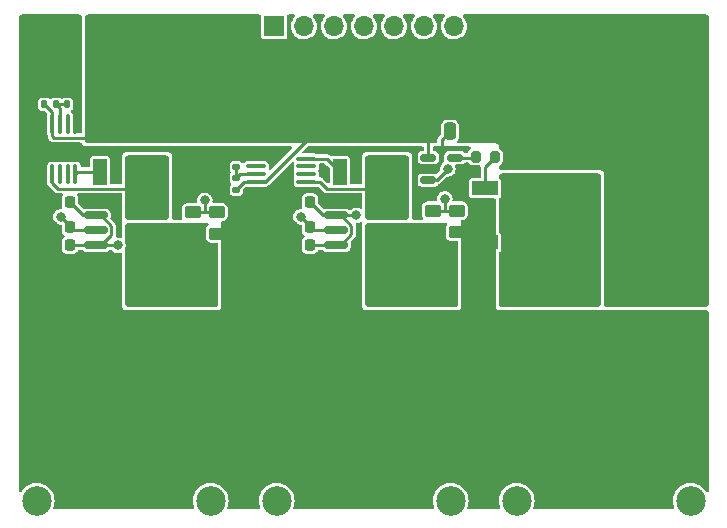
<source format=gbr>
%TF.GenerationSoftware,KiCad,Pcbnew,6.0.2+dfsg-1*%
%TF.CreationDate,2023-02-04T23:29:27-05:00*%
%TF.ProjectId,ups-test,7570732d-7465-4737-942e-6b696361645f,rev?*%
%TF.SameCoordinates,Original*%
%TF.FileFunction,Copper,L1,Top*%
%TF.FilePolarity,Positive*%
%FSLAX46Y46*%
G04 Gerber Fmt 4.6, Leading zero omitted, Abs format (unit mm)*
G04 Created by KiCad (PCBNEW 6.0.2+dfsg-1) date 2023-02-04 23:29:27*
%MOMM*%
%LPD*%
G01*
G04 APERTURE LIST*
G04 Aperture macros list*
%AMRoundRect*
0 Rectangle with rounded corners*
0 $1 Rounding radius*
0 $2 $3 $4 $5 $6 $7 $8 $9 X,Y pos of 4 corners*
0 Add a 4 corners polygon primitive as box body*
4,1,4,$2,$3,$4,$5,$6,$7,$8,$9,$2,$3,0*
0 Add four circle primitives for the rounded corners*
1,1,$1+$1,$2,$3*
1,1,$1+$1,$4,$5*
1,1,$1+$1,$6,$7*
1,1,$1+$1,$8,$9*
0 Add four rect primitives between the rounded corners*
20,1,$1+$1,$2,$3,$4,$5,0*
20,1,$1+$1,$4,$5,$6,$7,0*
20,1,$1+$1,$6,$7,$8,$9,0*
20,1,$1+$1,$8,$9,$2,$3,0*%
G04 Aperture macros list end*
%TA.AperFunction,ComponentPad*%
%ADD10R,1.700000X1.700000*%
%TD*%
%TA.AperFunction,ComponentPad*%
%ADD11O,1.700000X1.700000*%
%TD*%
%TA.AperFunction,SMDPad,CuDef*%
%ADD12RoundRect,0.250000X-0.450000X0.262500X-0.450000X-0.262500X0.450000X-0.262500X0.450000X0.262500X0*%
%TD*%
%TA.AperFunction,SMDPad,CuDef*%
%ADD13RoundRect,0.140000X-0.140000X-0.170000X0.140000X-0.170000X0.140000X0.170000X-0.140000X0.170000X0*%
%TD*%
%TA.AperFunction,SMDPad,CuDef*%
%ADD14RoundRect,0.225000X0.225000X0.250000X-0.225000X0.250000X-0.225000X-0.250000X0.225000X-0.250000X0*%
%TD*%
%TA.AperFunction,SMDPad,CuDef*%
%ADD15RoundRect,0.135000X0.135000X0.185000X-0.135000X0.185000X-0.135000X-0.185000X0.135000X-0.185000X0*%
%TD*%
%TA.AperFunction,SMDPad,CuDef*%
%ADD16RoundRect,0.200000X-0.200000X-0.275000X0.200000X-0.275000X0.200000X0.275000X-0.200000X0.275000X0*%
%TD*%
%TA.AperFunction,SMDPad,CuDef*%
%ADD17R,1.200000X2.200000*%
%TD*%
%TA.AperFunction,SMDPad,CuDef*%
%ADD18R,5.800000X6.400000*%
%TD*%
%TA.AperFunction,SMDPad,CuDef*%
%ADD19RoundRect,0.250000X0.450000X-0.262500X0.450000X0.262500X-0.450000X0.262500X-0.450000X-0.262500X0*%
%TD*%
%TA.AperFunction,SMDPad,CuDef*%
%ADD20RoundRect,0.150000X0.825000X0.150000X-0.825000X0.150000X-0.825000X-0.150000X0.825000X-0.150000X0*%
%TD*%
%TA.AperFunction,SMDPad,CuDef*%
%ADD21RoundRect,0.150000X-0.512500X-0.150000X0.512500X-0.150000X0.512500X0.150000X-0.512500X0.150000X0*%
%TD*%
%TA.AperFunction,SMDPad,CuDef*%
%ADD22RoundRect,0.140000X0.170000X-0.140000X0.170000X0.140000X-0.170000X0.140000X-0.170000X-0.140000X0*%
%TD*%
%TA.AperFunction,ComponentPad*%
%ADD23C,2.500000*%
%TD*%
%TA.AperFunction,ComponentPad*%
%ADD24O,7.000000X3.000000*%
%TD*%
%TA.AperFunction,SMDPad,CuDef*%
%ADD25R,2.200000X1.200000*%
%TD*%
%TA.AperFunction,SMDPad,CuDef*%
%ADD26R,6.400000X5.800000*%
%TD*%
%TA.AperFunction,SMDPad,CuDef*%
%ADD27RoundRect,0.100000X0.712500X0.100000X-0.712500X0.100000X-0.712500X-0.100000X0.712500X-0.100000X0*%
%TD*%
%TA.AperFunction,SMDPad,CuDef*%
%ADD28RoundRect,0.250000X-0.250000X-0.475000X0.250000X-0.475000X0.250000X0.475000X-0.250000X0.475000X0*%
%TD*%
%TA.AperFunction,SMDPad,CuDef*%
%ADD29RoundRect,0.135000X-0.185000X0.135000X-0.185000X-0.135000X0.185000X-0.135000X0.185000X0.135000X0*%
%TD*%
%TA.AperFunction,SMDPad,CuDef*%
%ADD30RoundRect,0.100000X0.100000X-0.712500X0.100000X0.712500X-0.100000X0.712500X-0.100000X-0.712500X0*%
%TD*%
%TA.AperFunction,ViaPad*%
%ADD31C,0.800000*%
%TD*%
%TA.AperFunction,Conductor*%
%ADD32C,0.250000*%
%TD*%
G04 APERTURE END LIST*
D10*
%TO.P,J4,1,Pin_1*%
%TO.N,GND*%
X93995000Y-25146000D03*
D11*
%TO.P,J4,2,Pin_2*%
%TO.N,SENSE_PS*%
X96535000Y-25146000D03*
%TO.P,J4,3,Pin_3*%
%TO.N,PS_VOLTAGE*%
X99075000Y-25146000D03*
%TO.P,J4,4,Pin_4*%
%TO.N,SENSE_BATT*%
X101615000Y-25146000D03*
%TO.P,J4,5,Pin_5*%
%TO.N,BATTERY_VOLTAGE*%
X104155000Y-25146000D03*
%TO.P,J4,6,Pin_6*%
%TO.N,LOAD_TRIGGER*%
X106695000Y-25146000D03*
%TO.P,J4,7,Pin_7*%
%TO.N,+3V3*%
X109235000Y-25146000D03*
%TO.P,J4,8,Pin_8*%
%TO.N,OUT*%
X111775000Y-25146000D03*
%TD*%
D12*
%TO.P,R5,1*%
%TO.N,BATTERY_VOLTAGE*%
X107442000Y-40743500D03*
%TO.P,R5,2*%
%TO.N,+BATT*%
X107442000Y-42568500D03*
%TD*%
D13*
%TO.P,C1,1*%
%TO.N,Net-(C1-Pad1)*%
X76482000Y-31750000D03*
%TO.P,C1,2*%
%TO.N,GND*%
X77442000Y-31750000D03*
%TD*%
D14*
%TO.P,C8,1*%
%TO.N,SENSE_BATT*%
X97041000Y-42164000D03*
%TO.P,C8,2*%
%TO.N,GND*%
X95491000Y-42164000D03*
%TD*%
D15*
%TO.P,R1,1*%
%TO.N,Net-(C1-Pad1)*%
X75567000Y-31750000D03*
%TO.P,R1,2*%
%TO.N,OUT*%
X74547000Y-31750000D03*
%TD*%
D16*
%TO.P,R7,1*%
%TO.N,Net-(R7-Pad1)*%
X111062000Y-36195000D03*
%TO.P,R7,2*%
%TO.N,Net-(Q3-Pad1)*%
X112712000Y-36195000D03*
%TD*%
D17*
%TO.P,Q2,1,G*%
%TO.N,Net-(Q2-Pad1)*%
X99573000Y-37465000D03*
D18*
%TO.P,Q2,2,D*%
%TO.N,OUT*%
X101853000Y-31165000D03*
D17*
%TO.P,Q2,3,S*%
%TO.N,BATT_POS*%
X104133000Y-37465000D03*
%TD*%
D19*
%TO.P,R4,1*%
%TO.N,GND*%
X89154000Y-42695500D03*
%TO.P,R4,2*%
%TO.N,PS_VOLTAGE*%
X89154000Y-40870500D03*
%TD*%
D14*
%TO.P,C5,1*%
%TO.N,SENSE_PS*%
X76721000Y-42164000D03*
%TO.P,C5,2*%
%TO.N,GND*%
X75171000Y-42164000D03*
%TD*%
D20*
%TO.P,U4,1,IP+*%
%TO.N,+BATT*%
X104202000Y-43688000D03*
%TO.P,U4,2,IP+*%
X104202000Y-42418000D03*
%TO.P,U4,3,IP-*%
%TO.N,BATT_POS*%
X104202000Y-41148000D03*
%TO.P,U4,4,IP-*%
X104202000Y-39878000D03*
%TO.P,U4,5,VSS*%
%TO.N,GND*%
X99252000Y-39878000D03*
%TO.P,U4,6,VREF*%
%TO.N,+3V3*%
X99252000Y-41148000D03*
%TO.P,U4,7,VOUT*%
%TO.N,SENSE_BATT*%
X99252000Y-42418000D03*
%TO.P,U4,8,VDD*%
%TO.N,+3V3*%
X99252000Y-43688000D03*
%TD*%
D21*
%TO.P,U5,1,VDD*%
%TO.N,OUT*%
X107066500Y-36261000D03*
%TO.P,U5,2,GND*%
%TO.N,GND*%
X107066500Y-37211000D03*
%TO.P,U5,3,IN+*%
%TO.N,LOAD_TRIGGER*%
X107066500Y-38161000D03*
%TO.P,U5,4,IN-*%
%TO.N,GND*%
X109341500Y-38161000D03*
%TO.P,U5,5,OUT*%
%TO.N,Net-(R7-Pad1)*%
X109341500Y-36261000D03*
%TD*%
D14*
%TO.P,C6,1*%
%TO.N,+3V3*%
X97041000Y-43688000D03*
%TO.P,C6,2*%
%TO.N,GND*%
X95491000Y-43688000D03*
%TD*%
D22*
%TO.P,C2,1*%
%TO.N,Net-(C2-Pad1)*%
X90805000Y-37056000D03*
%TO.P,C2,2*%
%TO.N,GND*%
X90805000Y-36096000D03*
%TD*%
D23*
%TO.P,J2,*%
%TO.N,*%
X94234000Y-65306000D03*
X108966000Y-65306000D03*
D24*
%TO.P,J2,1,+*%
%TO.N,+BATT*%
X105537000Y-47018000D03*
%TO.P,J2,2,-*%
%TO.N,GND*%
X97536000Y-47018000D03*
%TD*%
D25*
%TO.P,Q3,1,G*%
%TO.N,Net-(Q3-Pad1)*%
X111878000Y-38868000D03*
D26*
%TO.P,Q3,2,D*%
%TO.N,LOAD_OUT*%
X118178000Y-41148000D03*
D25*
%TO.P,Q3,3,S*%
%TO.N,GND*%
X111878000Y-43428000D03*
%TD*%
D27*
%TO.P,U2,1,IN*%
%TO.N,BATT_POS*%
X96727500Y-38313000D03*
%TO.P,U2,2,NC*%
%TO.N,unconnected-(U2-Pad2)*%
X96727500Y-37663000D03*
%TO.P,U2,3,NC*%
%TO.N,unconnected-(U2-Pad3)*%
X96727500Y-37013000D03*
%TO.P,U2,4,GATE*%
%TO.N,Net-(Q2-Pad1)*%
X96727500Y-36363000D03*
%TO.P,U2,5,GND*%
%TO.N,GND*%
X92502500Y-36363000D03*
%TO.P,U2,6,NC*%
%TO.N,unconnected-(U2-Pad6)*%
X92502500Y-37013000D03*
%TO.P,U2,7,Vdd*%
%TO.N,Net-(C2-Pad1)*%
X92502500Y-37663000D03*
%TO.P,U2,8,OUT*%
%TO.N,OUT*%
X92502500Y-38313000D03*
%TD*%
D14*
%TO.P,C4,1*%
%TO.N,+3V3*%
X76721000Y-43688000D03*
%TO.P,C4,2*%
%TO.N,GND*%
X75171000Y-43688000D03*
%TD*%
D28*
%TO.P,C9,1*%
%TO.N,OUT*%
X107000000Y-34036000D03*
%TO.P,C9,2*%
%TO.N,GND*%
X108900000Y-34036000D03*
%TD*%
D14*
%TO.P,C7,1*%
%TO.N,+3V3*%
X76721000Y-40005000D03*
%TO.P,C7,2*%
%TO.N,GND*%
X75171000Y-40005000D03*
%TD*%
%TO.P,C3,1*%
%TO.N,+3V3*%
X97041000Y-40005000D03*
%TO.P,C3,2*%
%TO.N,GND*%
X95491000Y-40005000D03*
%TD*%
D20*
%TO.P,U3,1,IP+*%
%TO.N,+12V*%
X83882000Y-43688000D03*
%TO.P,U3,2,IP+*%
X83882000Y-42418000D03*
%TO.P,U3,3,IP-*%
%TO.N,PS_POS*%
X83882000Y-41148000D03*
%TO.P,U3,4,IP-*%
X83882000Y-39878000D03*
%TO.P,U3,5,VSS*%
%TO.N,GND*%
X78932000Y-39878000D03*
%TO.P,U3,6,VREF*%
%TO.N,+3V3*%
X78932000Y-41148000D03*
%TO.P,U3,7,VOUT*%
%TO.N,SENSE_PS*%
X78932000Y-42418000D03*
%TO.P,U3,8,VDD*%
%TO.N,+3V3*%
X78932000Y-43688000D03*
%TD*%
D17*
%TO.P,Q1,1,G*%
%TO.N,Net-(Q1-Pad1)*%
X79260000Y-37465000D03*
D18*
%TO.P,Q1,2,D*%
%TO.N,OUT*%
X81540000Y-31165000D03*
D17*
%TO.P,Q1,3,S*%
%TO.N,PS_POS*%
X83820000Y-37465000D03*
%TD*%
D19*
%TO.P,R6,1*%
%TO.N,GND*%
X109474000Y-42568500D03*
%TO.P,R6,2*%
%TO.N,BATTERY_VOLTAGE*%
X109474000Y-40743500D03*
%TD*%
D29*
%TO.P,R2,1*%
%TO.N,Net-(C2-Pad1)*%
X90805000Y-37971000D03*
%TO.P,R2,2*%
%TO.N,OUT*%
X90805000Y-38991000D03*
%TD*%
D30*
%TO.P,U1,1,IN*%
%TO.N,PS_POS*%
X75225000Y-37672500D03*
%TO.P,U1,2,NC*%
%TO.N,unconnected-(U1-Pad2)*%
X75875000Y-37672500D03*
%TO.P,U1,3,NC*%
%TO.N,unconnected-(U1-Pad3)*%
X76525000Y-37672500D03*
%TO.P,U1,4,GATE*%
%TO.N,Net-(Q1-Pad1)*%
X77175000Y-37672500D03*
%TO.P,U1,5,GND*%
%TO.N,GND*%
X77175000Y-33447500D03*
%TO.P,U1,6,NC*%
%TO.N,unconnected-(U1-Pad6)*%
X76525000Y-33447500D03*
%TO.P,U1,7,Vdd*%
%TO.N,Net-(C1-Pad1)*%
X75875000Y-33447500D03*
%TO.P,U1,8,OUT*%
%TO.N,OUT*%
X75225000Y-33447500D03*
%TD*%
D23*
%TO.P,J3,*%
%TO.N,*%
X129286000Y-65306000D03*
X114554000Y-65306000D03*
D24*
%TO.P,J3,1,+*%
%TO.N,OUT*%
X125857000Y-47018000D03*
%TO.P,J3,2,-*%
%TO.N,LOAD_OUT*%
X117856000Y-47018000D03*
%TD*%
D12*
%TO.P,R3,1*%
%TO.N,PS_VOLTAGE*%
X87122000Y-40870500D03*
%TO.P,R3,2*%
%TO.N,+12V*%
X87122000Y-42695500D03*
%TD*%
D23*
%TO.P,J1,*%
%TO.N,*%
X88646000Y-65306000D03*
X73914000Y-65306000D03*
D24*
%TO.P,J1,1,+*%
%TO.N,+12V*%
X85217000Y-47018000D03*
%TO.P,J1,2,-*%
%TO.N,GND*%
X77216000Y-47018000D03*
%TD*%
D31*
%TO.N,GND*%
X80645000Y-40005000D03*
%TO.N,+3V3*%
X80772000Y-43688000D03*
X100965000Y-41148000D03*
%TO.N,GND*%
X112395000Y-45593000D03*
X110617000Y-42164000D03*
X111506000Y-45593000D03*
X112395000Y-42164000D03*
X110617000Y-46482000D03*
X111506000Y-46482000D03*
X110617000Y-45593000D03*
X112395000Y-46482000D03*
X111506000Y-44704000D03*
X110617000Y-44704000D03*
X98298000Y-37338000D03*
X111506000Y-42164000D03*
X112395000Y-44704000D03*
%TO.N,SENSE_PS*%
X75946000Y-41275000D03*
%TO.N,SENSE_BATT*%
X96266000Y-41275000D03*
%TO.N,BATTERY_VOLTAGE*%
X108458000Y-39751000D03*
%TO.N,PS_VOLTAGE*%
X88138000Y-39878000D03*
%TO.N,LOAD_TRIGGER*%
X108712000Y-37211000D03*
%TD*%
D32*
%TO.N,+3V3*%
X99252000Y-41148000D02*
X100965000Y-41148000D01*
X78932000Y-43688000D02*
X80772000Y-43688000D01*
%TO.N,Net-(C1-Pad1)*%
X75567000Y-31750000D02*
X76482000Y-31750000D01*
X75875000Y-32058000D02*
X75567000Y-31750000D01*
X75875000Y-33447500D02*
X75875000Y-32058000D01*
%TO.N,GND*%
X108204000Y-34732000D02*
X108204000Y-36457072D01*
X108900000Y-34036000D02*
X108204000Y-34732000D01*
X108204000Y-36457072D02*
X107450072Y-37211000D01*
X107450072Y-37211000D02*
X107066500Y-37211000D01*
%TO.N,Net-(C2-Pad1)*%
X92502500Y-37663000D02*
X91113000Y-37663000D01*
X90805000Y-37056000D02*
X90805000Y-37971000D01*
X91113000Y-37663000D02*
X90805000Y-37971000D01*
%TO.N,Net-(Q1-Pad1)*%
X79260000Y-37465000D02*
X77382500Y-37465000D01*
X77382500Y-37465000D02*
X77175000Y-37672500D01*
%TO.N,OUT*%
X107066500Y-34102500D02*
X107000000Y-34036000D01*
X81540000Y-31165000D02*
X78120480Y-34584520D01*
X91483000Y-38313000D02*
X90805000Y-38991000D01*
X92502500Y-38313000D02*
X91483000Y-38313000D01*
X75225000Y-32428000D02*
X74547000Y-31750000D01*
X75225000Y-33447500D02*
X75225000Y-32428000D01*
X75351520Y-34584520D02*
X75225000Y-34458000D01*
X107066500Y-36261000D02*
X107066500Y-34102500D01*
X101853000Y-31165000D02*
X100413361Y-31165000D01*
X75225000Y-34458000D02*
X75225000Y-33447500D01*
X78120480Y-34584520D02*
X75351520Y-34584520D01*
X100413361Y-31165000D02*
X93265361Y-38313000D01*
X93265361Y-38313000D02*
X92502500Y-38313000D01*
%TO.N,Net-(Q2-Pad1)*%
X96727500Y-36363000D02*
X98471000Y-36363000D01*
X98471000Y-36363000D02*
X99573000Y-37465000D01*
%TO.N,+3V3*%
X77864000Y-41148000D02*
X76721000Y-40005000D01*
X99252000Y-41148000D02*
X98184000Y-41148000D01*
X98184000Y-41148000D02*
X97041000Y-40005000D01*
X78932000Y-41148000D02*
X79308072Y-41148000D01*
X78932000Y-43688000D02*
X76721000Y-43688000D01*
X99252000Y-43688000D02*
X97041000Y-43688000D01*
X80231520Y-42071448D02*
X80231520Y-42831480D01*
X79308072Y-41148000D02*
X80231520Y-42071448D01*
X79375000Y-43688000D02*
X78932000Y-43688000D01*
X99252000Y-41148000D02*
X99628072Y-41148000D01*
X80231520Y-42831480D02*
X79375000Y-43688000D01*
X99628072Y-41148000D02*
X100551520Y-42071448D01*
X78932000Y-41148000D02*
X77864000Y-41148000D01*
X100551520Y-42764552D02*
X99628072Y-43688000D01*
X99628072Y-43688000D02*
X99252000Y-43688000D01*
X100551520Y-42071448D02*
X100551520Y-42764552D01*
%TO.N,SENSE_PS*%
X76975000Y-42418000D02*
X76721000Y-42164000D01*
X76721000Y-42050000D02*
X76721000Y-42164000D01*
X78932000Y-42418000D02*
X76975000Y-42418000D01*
X75946000Y-41275000D02*
X76721000Y-42050000D01*
%TO.N,SENSE_BATT*%
X97041000Y-42050000D02*
X96266000Y-41275000D01*
X99252000Y-42418000D02*
X97295000Y-42418000D01*
X97041000Y-42164000D02*
X97041000Y-42050000D01*
X97295000Y-42418000D02*
X97041000Y-42164000D01*
%TO.N,PS_POS*%
X82395489Y-38889511D02*
X83820000Y-37465000D01*
X75225000Y-37672500D02*
X75225000Y-38435361D01*
X75679150Y-38889511D02*
X82395489Y-38889511D01*
X75225000Y-38435361D02*
X75679150Y-38889511D01*
%TO.N,BATT_POS*%
X97876000Y-38313000D02*
X98452511Y-38889511D01*
X96727500Y-38313000D02*
X97876000Y-38313000D01*
X102708489Y-38889511D02*
X104133000Y-37465000D01*
X98452511Y-38889511D02*
X102708489Y-38889511D01*
%TO.N,BATTERY_VOLTAGE*%
X108458000Y-39751000D02*
X108458000Y-40720000D01*
X108434500Y-40743500D02*
X109474000Y-40743500D01*
X107442000Y-40743500D02*
X108434500Y-40743500D01*
X108458000Y-40720000D02*
X108434500Y-40743500D01*
%TO.N,PS_VOLTAGE*%
X88138000Y-39878000D02*
X88138000Y-40847000D01*
X87122000Y-40870500D02*
X88114500Y-40870500D01*
X88114500Y-40870500D02*
X89154000Y-40870500D01*
X88138000Y-40847000D02*
X88114500Y-40870500D01*
%TO.N,Net-(Q3-Pad1)*%
X112712000Y-36195000D02*
X111878000Y-37029000D01*
X111878000Y-37029000D02*
X111878000Y-38868000D01*
%TO.N,Net-(R7-Pad1)*%
X110996000Y-36261000D02*
X111062000Y-36195000D01*
X109341500Y-36261000D02*
X110996000Y-36261000D01*
%TO.N,LOAD_TRIGGER*%
X107066500Y-38161000D02*
X107762000Y-38161000D01*
X107762000Y-38161000D02*
X108712000Y-37211000D01*
%TD*%
%TA.AperFunction,Conductor*%
%TO.N,+BATT*%
G36*
X108601685Y-41803002D02*
G01*
X108648178Y-41856658D01*
X108658282Y-41926932D01*
X108634391Y-41984564D01*
X108576929Y-42061236D01*
X108526202Y-42196552D01*
X108519500Y-42258244D01*
X108519500Y-42878756D01*
X108526202Y-42940448D01*
X108576929Y-43075764D01*
X108582309Y-43082943D01*
X108582311Y-43082946D01*
X108648287Y-43170977D01*
X108663596Y-43191404D01*
X108670776Y-43196785D01*
X108772054Y-43272689D01*
X108772057Y-43272691D01*
X108779236Y-43278071D01*
X108868954Y-43311704D01*
X108907157Y-43326026D01*
X108907159Y-43326026D01*
X108914552Y-43328798D01*
X108922402Y-43329651D01*
X108922403Y-43329651D01*
X108972847Y-43335131D01*
X108976244Y-43335500D01*
X109475000Y-43335500D01*
X109543121Y-43355502D01*
X109589614Y-43409158D01*
X109601000Y-43461500D01*
X109601000Y-48628589D01*
X109598579Y-48653171D01*
X109586554Y-48713622D01*
X109567740Y-48759042D01*
X109540529Y-48799766D01*
X109505766Y-48834529D01*
X109465042Y-48861740D01*
X109419622Y-48880554D01*
X109359171Y-48892579D01*
X109334589Y-48895000D01*
X101993411Y-48895000D01*
X101968829Y-48892579D01*
X101908378Y-48880554D01*
X101862958Y-48861740D01*
X101822234Y-48834529D01*
X101787471Y-48799766D01*
X101760260Y-48759042D01*
X101741446Y-48713622D01*
X101729421Y-48653171D01*
X101727000Y-48628589D01*
X101727000Y-42049411D01*
X101729421Y-42024829D01*
X101741446Y-41964378D01*
X101760260Y-41918958D01*
X101787471Y-41878234D01*
X101822234Y-41843471D01*
X101862958Y-41816260D01*
X101908378Y-41797446D01*
X101968829Y-41785421D01*
X101993411Y-41783000D01*
X108533564Y-41783000D01*
X108601685Y-41803002D01*
G37*
%TD.AperFunction*%
%TD*%
%TA.AperFunction,Conductor*%
%TO.N,+12V*%
G36*
X88419906Y-41803002D02*
G01*
X88466399Y-41856658D01*
X88476503Y-41926932D01*
X88447009Y-41991512D01*
X88427350Y-42009826D01*
X88343596Y-42072596D01*
X88338215Y-42079776D01*
X88262311Y-42181054D01*
X88262309Y-42181057D01*
X88256929Y-42188236D01*
X88206202Y-42323552D01*
X88199500Y-42385244D01*
X88199500Y-43005756D01*
X88206202Y-43067448D01*
X88256929Y-43202764D01*
X88262309Y-43209943D01*
X88262311Y-43209946D01*
X88289960Y-43246838D01*
X88343596Y-43318404D01*
X88350776Y-43323785D01*
X88452054Y-43399689D01*
X88452057Y-43399691D01*
X88459236Y-43405071D01*
X88548954Y-43438704D01*
X88587157Y-43453026D01*
X88587159Y-43453026D01*
X88594552Y-43455798D01*
X88602402Y-43456651D01*
X88602403Y-43456651D01*
X88652847Y-43462131D01*
X88656244Y-43462500D01*
X89155000Y-43462500D01*
X89223121Y-43482502D01*
X89269614Y-43536158D01*
X89281000Y-43588500D01*
X89281000Y-48628589D01*
X89278579Y-48653171D01*
X89266554Y-48713622D01*
X89247740Y-48759042D01*
X89220529Y-48799766D01*
X89185766Y-48834529D01*
X89145042Y-48861740D01*
X89099622Y-48880554D01*
X89039171Y-48892579D01*
X89014589Y-48895000D01*
X81673411Y-48895000D01*
X81648829Y-48892579D01*
X81588378Y-48880554D01*
X81542958Y-48861740D01*
X81502234Y-48834529D01*
X81467471Y-48799766D01*
X81440260Y-48759042D01*
X81421446Y-48713622D01*
X81409421Y-48653171D01*
X81407000Y-48628589D01*
X81407000Y-43878577D01*
X81409610Y-43858750D01*
X81408842Y-43858641D01*
X81430581Y-43705891D01*
X81430581Y-43705888D01*
X81431162Y-43701807D01*
X81431307Y-43688000D01*
X81412276Y-43530733D01*
X81410371Y-43525692D01*
X81407000Y-43497833D01*
X81407000Y-42049411D01*
X81409421Y-42024829D01*
X81421446Y-41964378D01*
X81440260Y-41918958D01*
X81467471Y-41878234D01*
X81502234Y-41843471D01*
X81542958Y-41816260D01*
X81588378Y-41797446D01*
X81648829Y-41785421D01*
X81673411Y-41783000D01*
X88351785Y-41783000D01*
X88419906Y-41803002D01*
G37*
%TD.AperFunction*%
%TD*%
%TA.AperFunction,Conductor*%
%TO.N,OUT*%
G36*
X92834092Y-24150002D02*
G01*
X92880585Y-24203658D01*
X92891204Y-24267393D01*
X92890500Y-24270933D01*
X92890500Y-24277123D01*
X92890501Y-25146068D01*
X92890501Y-26021066D01*
X92905266Y-26095301D01*
X92912161Y-26105620D01*
X92912162Y-26105622D01*
X92952516Y-26166015D01*
X92961516Y-26179484D01*
X93045699Y-26235734D01*
X93119933Y-26250500D01*
X93994858Y-26250500D01*
X94870066Y-26250499D01*
X94905818Y-26243388D01*
X94932126Y-26238156D01*
X94932128Y-26238155D01*
X94944301Y-26235734D01*
X94954621Y-26228839D01*
X94954622Y-26228838D01*
X95018168Y-26186377D01*
X95028484Y-26179484D01*
X95084734Y-26095301D01*
X95099500Y-26021067D01*
X95099499Y-24270934D01*
X95098806Y-24267450D01*
X95111863Y-24198598D01*
X95160703Y-24147069D01*
X95224028Y-24130000D01*
X95683487Y-24130000D01*
X95751608Y-24150002D01*
X95798101Y-24203658D01*
X95808205Y-24273932D01*
X95778711Y-24338512D01*
X95766565Y-24350732D01*
X95730392Y-24382455D01*
X95604720Y-24541869D01*
X95602031Y-24546980D01*
X95602029Y-24546983D01*
X95589073Y-24571609D01*
X95510203Y-24721515D01*
X95450007Y-24915378D01*
X95426148Y-25116964D01*
X95439424Y-25319522D01*
X95440845Y-25325118D01*
X95440846Y-25325123D01*
X95461119Y-25404945D01*
X95489392Y-25516269D01*
X95491809Y-25521512D01*
X95529010Y-25602208D01*
X95574377Y-25700616D01*
X95691533Y-25866389D01*
X95836938Y-26008035D01*
X96005720Y-26120812D01*
X96011023Y-26123090D01*
X96011026Y-26123092D01*
X96142283Y-26179484D01*
X96192228Y-26200942D01*
X96265244Y-26217464D01*
X96384579Y-26244467D01*
X96384584Y-26244468D01*
X96390216Y-26245742D01*
X96395987Y-26245969D01*
X96395989Y-26245969D01*
X96455756Y-26248317D01*
X96593053Y-26253712D01*
X96700348Y-26238155D01*
X96788231Y-26225413D01*
X96788236Y-26225412D01*
X96793945Y-26224584D01*
X96799409Y-26222729D01*
X96799414Y-26222728D01*
X96980693Y-26161192D01*
X96980698Y-26161190D01*
X96986165Y-26159334D01*
X97163276Y-26060147D01*
X97202969Y-26027135D01*
X97314913Y-25934031D01*
X97319345Y-25930345D01*
X97449147Y-25774276D01*
X97548334Y-25597165D01*
X97550190Y-25591698D01*
X97550192Y-25591693D01*
X97611728Y-25410414D01*
X97611729Y-25410409D01*
X97613584Y-25404945D01*
X97614412Y-25399236D01*
X97614413Y-25399231D01*
X97642179Y-25207727D01*
X97642712Y-25204053D01*
X97644232Y-25146000D01*
X97625658Y-24943859D01*
X97624090Y-24938299D01*
X97572125Y-24754046D01*
X97572124Y-24754044D01*
X97570557Y-24748487D01*
X97559978Y-24727033D01*
X97483331Y-24571609D01*
X97480776Y-24566428D01*
X97359320Y-24403779D01*
X97324757Y-24371829D01*
X97299546Y-24348524D01*
X97263101Y-24287596D01*
X97265382Y-24216636D01*
X97305665Y-24158174D01*
X97371160Y-24130771D01*
X97385075Y-24130000D01*
X98223487Y-24130000D01*
X98291608Y-24150002D01*
X98338101Y-24203658D01*
X98348205Y-24273932D01*
X98318711Y-24338512D01*
X98306565Y-24350732D01*
X98270392Y-24382455D01*
X98144720Y-24541869D01*
X98142031Y-24546980D01*
X98142029Y-24546983D01*
X98129073Y-24571609D01*
X98050203Y-24721515D01*
X97990007Y-24915378D01*
X97966148Y-25116964D01*
X97979424Y-25319522D01*
X97980845Y-25325118D01*
X97980846Y-25325123D01*
X98001119Y-25404945D01*
X98029392Y-25516269D01*
X98031809Y-25521512D01*
X98069010Y-25602208D01*
X98114377Y-25700616D01*
X98231533Y-25866389D01*
X98376938Y-26008035D01*
X98545720Y-26120812D01*
X98551023Y-26123090D01*
X98551026Y-26123092D01*
X98682283Y-26179484D01*
X98732228Y-26200942D01*
X98805244Y-26217464D01*
X98924579Y-26244467D01*
X98924584Y-26244468D01*
X98930216Y-26245742D01*
X98935987Y-26245969D01*
X98935989Y-26245969D01*
X98995756Y-26248317D01*
X99133053Y-26253712D01*
X99240348Y-26238155D01*
X99328231Y-26225413D01*
X99328236Y-26225412D01*
X99333945Y-26224584D01*
X99339409Y-26222729D01*
X99339414Y-26222728D01*
X99520693Y-26161192D01*
X99520698Y-26161190D01*
X99526165Y-26159334D01*
X99703276Y-26060147D01*
X99742969Y-26027135D01*
X99854913Y-25934031D01*
X99859345Y-25930345D01*
X99989147Y-25774276D01*
X100088334Y-25597165D01*
X100090190Y-25591698D01*
X100090192Y-25591693D01*
X100151728Y-25410414D01*
X100151729Y-25410409D01*
X100153584Y-25404945D01*
X100154412Y-25399236D01*
X100154413Y-25399231D01*
X100182179Y-25207727D01*
X100182712Y-25204053D01*
X100184232Y-25146000D01*
X100165658Y-24943859D01*
X100164090Y-24938299D01*
X100112125Y-24754046D01*
X100112124Y-24754044D01*
X100110557Y-24748487D01*
X100099978Y-24727033D01*
X100023331Y-24571609D01*
X100020776Y-24566428D01*
X99899320Y-24403779D01*
X99864757Y-24371829D01*
X99839546Y-24348524D01*
X99803101Y-24287596D01*
X99805382Y-24216636D01*
X99845665Y-24158174D01*
X99911160Y-24130771D01*
X99925075Y-24130000D01*
X100763487Y-24130000D01*
X100831608Y-24150002D01*
X100878101Y-24203658D01*
X100888205Y-24273932D01*
X100858711Y-24338512D01*
X100846565Y-24350732D01*
X100810392Y-24382455D01*
X100684720Y-24541869D01*
X100682031Y-24546980D01*
X100682029Y-24546983D01*
X100669073Y-24571609D01*
X100590203Y-24721515D01*
X100530007Y-24915378D01*
X100506148Y-25116964D01*
X100519424Y-25319522D01*
X100520845Y-25325118D01*
X100520846Y-25325123D01*
X100541119Y-25404945D01*
X100569392Y-25516269D01*
X100571809Y-25521512D01*
X100609010Y-25602208D01*
X100654377Y-25700616D01*
X100771533Y-25866389D01*
X100916938Y-26008035D01*
X101085720Y-26120812D01*
X101091023Y-26123090D01*
X101091026Y-26123092D01*
X101222283Y-26179484D01*
X101272228Y-26200942D01*
X101345244Y-26217464D01*
X101464579Y-26244467D01*
X101464584Y-26244468D01*
X101470216Y-26245742D01*
X101475987Y-26245969D01*
X101475989Y-26245969D01*
X101535756Y-26248317D01*
X101673053Y-26253712D01*
X101780348Y-26238155D01*
X101868231Y-26225413D01*
X101868236Y-26225412D01*
X101873945Y-26224584D01*
X101879409Y-26222729D01*
X101879414Y-26222728D01*
X102060693Y-26161192D01*
X102060698Y-26161190D01*
X102066165Y-26159334D01*
X102243276Y-26060147D01*
X102282969Y-26027135D01*
X102394913Y-25934031D01*
X102399345Y-25930345D01*
X102529147Y-25774276D01*
X102628334Y-25597165D01*
X102630190Y-25591698D01*
X102630192Y-25591693D01*
X102691728Y-25410414D01*
X102691729Y-25410409D01*
X102693584Y-25404945D01*
X102694412Y-25399236D01*
X102694413Y-25399231D01*
X102722179Y-25207727D01*
X102722712Y-25204053D01*
X102724232Y-25146000D01*
X102705658Y-24943859D01*
X102704090Y-24938299D01*
X102652125Y-24754046D01*
X102652124Y-24754044D01*
X102650557Y-24748487D01*
X102639978Y-24727033D01*
X102563331Y-24571609D01*
X102560776Y-24566428D01*
X102439320Y-24403779D01*
X102404757Y-24371829D01*
X102379546Y-24348524D01*
X102343101Y-24287596D01*
X102345382Y-24216636D01*
X102385665Y-24158174D01*
X102451160Y-24130771D01*
X102465075Y-24130000D01*
X103303487Y-24130000D01*
X103371608Y-24150002D01*
X103418101Y-24203658D01*
X103428205Y-24273932D01*
X103398711Y-24338512D01*
X103386565Y-24350732D01*
X103350392Y-24382455D01*
X103224720Y-24541869D01*
X103222031Y-24546980D01*
X103222029Y-24546983D01*
X103209073Y-24571609D01*
X103130203Y-24721515D01*
X103070007Y-24915378D01*
X103046148Y-25116964D01*
X103059424Y-25319522D01*
X103060845Y-25325118D01*
X103060846Y-25325123D01*
X103081119Y-25404945D01*
X103109392Y-25516269D01*
X103111809Y-25521512D01*
X103149010Y-25602208D01*
X103194377Y-25700616D01*
X103311533Y-25866389D01*
X103456938Y-26008035D01*
X103625720Y-26120812D01*
X103631023Y-26123090D01*
X103631026Y-26123092D01*
X103762283Y-26179484D01*
X103812228Y-26200942D01*
X103885244Y-26217464D01*
X104004579Y-26244467D01*
X104004584Y-26244468D01*
X104010216Y-26245742D01*
X104015987Y-26245969D01*
X104015989Y-26245969D01*
X104075756Y-26248317D01*
X104213053Y-26253712D01*
X104320348Y-26238155D01*
X104408231Y-26225413D01*
X104408236Y-26225412D01*
X104413945Y-26224584D01*
X104419409Y-26222729D01*
X104419414Y-26222728D01*
X104600693Y-26161192D01*
X104600698Y-26161190D01*
X104606165Y-26159334D01*
X104783276Y-26060147D01*
X104822969Y-26027135D01*
X104934913Y-25934031D01*
X104939345Y-25930345D01*
X105069147Y-25774276D01*
X105168334Y-25597165D01*
X105170190Y-25591698D01*
X105170192Y-25591693D01*
X105231728Y-25410414D01*
X105231729Y-25410409D01*
X105233584Y-25404945D01*
X105234412Y-25399236D01*
X105234413Y-25399231D01*
X105262179Y-25207727D01*
X105262712Y-25204053D01*
X105264232Y-25146000D01*
X105245658Y-24943859D01*
X105244090Y-24938299D01*
X105192125Y-24754046D01*
X105192124Y-24754044D01*
X105190557Y-24748487D01*
X105179978Y-24727033D01*
X105103331Y-24571609D01*
X105100776Y-24566428D01*
X104979320Y-24403779D01*
X104944757Y-24371829D01*
X104919546Y-24348524D01*
X104883101Y-24287596D01*
X104885382Y-24216636D01*
X104925665Y-24158174D01*
X104991160Y-24130771D01*
X105005075Y-24130000D01*
X105843487Y-24130000D01*
X105911608Y-24150002D01*
X105958101Y-24203658D01*
X105968205Y-24273932D01*
X105938711Y-24338512D01*
X105926565Y-24350732D01*
X105890392Y-24382455D01*
X105764720Y-24541869D01*
X105762031Y-24546980D01*
X105762029Y-24546983D01*
X105749073Y-24571609D01*
X105670203Y-24721515D01*
X105610007Y-24915378D01*
X105586148Y-25116964D01*
X105599424Y-25319522D01*
X105600845Y-25325118D01*
X105600846Y-25325123D01*
X105621119Y-25404945D01*
X105649392Y-25516269D01*
X105651809Y-25521512D01*
X105689010Y-25602208D01*
X105734377Y-25700616D01*
X105851533Y-25866389D01*
X105996938Y-26008035D01*
X106165720Y-26120812D01*
X106171023Y-26123090D01*
X106171026Y-26123092D01*
X106302283Y-26179484D01*
X106352228Y-26200942D01*
X106425244Y-26217464D01*
X106544579Y-26244467D01*
X106544584Y-26244468D01*
X106550216Y-26245742D01*
X106555987Y-26245969D01*
X106555989Y-26245969D01*
X106615756Y-26248317D01*
X106753053Y-26253712D01*
X106860348Y-26238155D01*
X106948231Y-26225413D01*
X106948236Y-26225412D01*
X106953945Y-26224584D01*
X106959409Y-26222729D01*
X106959414Y-26222728D01*
X107140693Y-26161192D01*
X107140698Y-26161190D01*
X107146165Y-26159334D01*
X107323276Y-26060147D01*
X107362969Y-26027135D01*
X107474913Y-25934031D01*
X107479345Y-25930345D01*
X107609147Y-25774276D01*
X107708334Y-25597165D01*
X107710190Y-25591698D01*
X107710192Y-25591693D01*
X107771728Y-25410414D01*
X107771729Y-25410409D01*
X107773584Y-25404945D01*
X107774412Y-25399236D01*
X107774413Y-25399231D01*
X107802179Y-25207727D01*
X107802712Y-25204053D01*
X107804232Y-25146000D01*
X107785658Y-24943859D01*
X107784090Y-24938299D01*
X107732125Y-24754046D01*
X107732124Y-24754044D01*
X107730557Y-24748487D01*
X107719978Y-24727033D01*
X107643331Y-24571609D01*
X107640776Y-24566428D01*
X107519320Y-24403779D01*
X107484757Y-24371829D01*
X107459546Y-24348524D01*
X107423101Y-24287596D01*
X107425382Y-24216636D01*
X107465665Y-24158174D01*
X107531160Y-24130771D01*
X107545075Y-24130000D01*
X108383487Y-24130000D01*
X108451608Y-24150002D01*
X108498101Y-24203658D01*
X108508205Y-24273932D01*
X108478711Y-24338512D01*
X108466565Y-24350732D01*
X108430392Y-24382455D01*
X108304720Y-24541869D01*
X108302031Y-24546980D01*
X108302029Y-24546983D01*
X108289073Y-24571609D01*
X108210203Y-24721515D01*
X108150007Y-24915378D01*
X108126148Y-25116964D01*
X108139424Y-25319522D01*
X108140845Y-25325118D01*
X108140846Y-25325123D01*
X108161119Y-25404945D01*
X108189392Y-25516269D01*
X108191809Y-25521512D01*
X108229010Y-25602208D01*
X108274377Y-25700616D01*
X108391533Y-25866389D01*
X108536938Y-26008035D01*
X108705720Y-26120812D01*
X108711023Y-26123090D01*
X108711026Y-26123092D01*
X108842283Y-26179484D01*
X108892228Y-26200942D01*
X108965244Y-26217464D01*
X109084579Y-26244467D01*
X109084584Y-26244468D01*
X109090216Y-26245742D01*
X109095987Y-26245969D01*
X109095989Y-26245969D01*
X109155756Y-26248317D01*
X109293053Y-26253712D01*
X109400348Y-26238155D01*
X109488231Y-26225413D01*
X109488236Y-26225412D01*
X109493945Y-26224584D01*
X109499409Y-26222729D01*
X109499414Y-26222728D01*
X109680693Y-26161192D01*
X109680698Y-26161190D01*
X109686165Y-26159334D01*
X109863276Y-26060147D01*
X109902969Y-26027135D01*
X110014913Y-25934031D01*
X110019345Y-25930345D01*
X110149147Y-25774276D01*
X110248334Y-25597165D01*
X110250190Y-25591698D01*
X110250192Y-25591693D01*
X110311728Y-25410414D01*
X110311729Y-25410409D01*
X110313584Y-25404945D01*
X110314412Y-25399236D01*
X110314413Y-25399231D01*
X110342179Y-25207727D01*
X110342712Y-25204053D01*
X110344232Y-25146000D01*
X110325658Y-24943859D01*
X110324090Y-24938299D01*
X110272125Y-24754046D01*
X110272124Y-24754044D01*
X110270557Y-24748487D01*
X110259978Y-24727033D01*
X110183331Y-24571609D01*
X110180776Y-24566428D01*
X110059320Y-24403779D01*
X110024757Y-24371829D01*
X109999546Y-24348524D01*
X109963101Y-24287596D01*
X109965382Y-24216636D01*
X110005665Y-24158174D01*
X110071160Y-24130771D01*
X110085075Y-24130000D01*
X130543589Y-24130000D01*
X130568171Y-24132421D01*
X130628622Y-24144446D01*
X130674042Y-24163260D01*
X130714766Y-24190471D01*
X130749529Y-24225234D01*
X130776740Y-24265958D01*
X130795554Y-24311378D01*
X130807579Y-24371829D01*
X130810000Y-24396411D01*
X130810000Y-48628589D01*
X130807579Y-48653171D01*
X130795554Y-48713622D01*
X130776740Y-48759042D01*
X130749529Y-48799766D01*
X130714766Y-48834529D01*
X130674042Y-48861740D01*
X130628622Y-48880554D01*
X130568171Y-48892579D01*
X130543589Y-48895000D01*
X122186411Y-48895000D01*
X122161829Y-48892579D01*
X122101378Y-48880554D01*
X122055958Y-48861740D01*
X122015234Y-48834529D01*
X121980471Y-48799766D01*
X121953260Y-48759042D01*
X121934446Y-48713622D01*
X121922421Y-48653171D01*
X121920000Y-48628589D01*
X121920000Y-37592000D01*
X121900665Y-37494798D01*
X121893773Y-37484483D01*
X121893772Y-37484481D01*
X121852498Y-37422711D01*
X121845605Y-37412395D01*
X121835289Y-37405502D01*
X121773519Y-37364228D01*
X121773517Y-37364227D01*
X121763202Y-37357335D01*
X121751035Y-37354915D01*
X121751033Y-37354914D01*
X121696649Y-37344097D01*
X121666000Y-37338000D01*
X113296411Y-37338000D01*
X113271829Y-37335579D01*
X113211378Y-37323554D01*
X113165958Y-37304740D01*
X113125234Y-37277529D01*
X113090471Y-37242766D01*
X113063260Y-37202042D01*
X113044446Y-37156622D01*
X113032421Y-37096171D01*
X113030000Y-37071589D01*
X113030000Y-36999595D01*
X113050002Y-36931474D01*
X113103658Y-36884981D01*
X113114246Y-36880715D01*
X113127076Y-36876209D01*
X113237010Y-36795010D01*
X113318209Y-36685076D01*
X113363493Y-36556127D01*
X113366500Y-36524315D01*
X113366499Y-35865686D01*
X113363493Y-35833873D01*
X113318209Y-35704924D01*
X113237010Y-35594990D01*
X113127076Y-35513791D01*
X113114249Y-35509287D01*
X113110543Y-35506622D01*
X113109867Y-35506264D01*
X113109916Y-35506171D01*
X113056605Y-35467843D01*
X113030518Y-35401813D01*
X113030000Y-35390405D01*
X113030000Y-35306000D01*
X113010665Y-35208798D01*
X113003773Y-35198483D01*
X113003772Y-35198481D01*
X112962498Y-35136711D01*
X112955605Y-35126395D01*
X112945289Y-35119502D01*
X112883519Y-35078228D01*
X112883517Y-35078227D01*
X112873202Y-35071335D01*
X112861035Y-35068915D01*
X112861033Y-35068914D01*
X112806649Y-35058097D01*
X112776000Y-35052000D01*
X109626945Y-35052000D01*
X109558824Y-35031998D01*
X109512331Y-34978342D01*
X109502227Y-34908068D01*
X109526119Y-34850435D01*
X109591689Y-34762946D01*
X109591691Y-34762943D01*
X109597071Y-34755764D01*
X109647798Y-34620448D01*
X109654500Y-34558756D01*
X109654500Y-33513244D01*
X109647798Y-33451552D01*
X109597071Y-33316236D01*
X109591691Y-33309057D01*
X109591689Y-33309054D01*
X109515785Y-33207776D01*
X109510404Y-33200596D01*
X109489977Y-33185287D01*
X109401946Y-33119311D01*
X109401943Y-33119309D01*
X109394764Y-33113929D01*
X109305046Y-33080296D01*
X109266843Y-33065974D01*
X109266841Y-33065974D01*
X109259448Y-33063202D01*
X109251598Y-33062349D01*
X109251597Y-33062349D01*
X109201153Y-33056869D01*
X109201152Y-33056869D01*
X109197756Y-33056500D01*
X108602244Y-33056500D01*
X108598848Y-33056869D01*
X108598847Y-33056869D01*
X108548403Y-33062349D01*
X108548402Y-33062349D01*
X108540552Y-33063202D01*
X108533159Y-33065974D01*
X108533157Y-33065974D01*
X108494954Y-33080296D01*
X108405236Y-33113929D01*
X108398057Y-33119309D01*
X108398054Y-33119311D01*
X108310023Y-33185287D01*
X108289596Y-33200596D01*
X108284215Y-33207776D01*
X108208311Y-33309054D01*
X108208309Y-33309057D01*
X108202929Y-33316236D01*
X108152202Y-33451552D01*
X108145500Y-33513244D01*
X108145500Y-34201616D01*
X108125498Y-34269737D01*
X108108595Y-34290711D01*
X107973784Y-34425522D01*
X107955036Y-34440664D01*
X107953811Y-34441779D01*
X107945060Y-34447429D01*
X107938613Y-34455607D01*
X107938611Y-34455609D01*
X107924271Y-34473800D01*
X107920325Y-34478241D01*
X107920398Y-34478303D01*
X107917039Y-34482267D01*
X107913362Y-34485944D01*
X107902108Y-34501692D01*
X107898602Y-34506362D01*
X107866844Y-34546647D01*
X107863812Y-34555281D01*
X107858486Y-34562734D01*
X107855501Y-34572715D01*
X107843799Y-34611844D01*
X107841964Y-34617492D01*
X107824982Y-34665851D01*
X107824500Y-34671416D01*
X107824500Y-34674124D01*
X107824386Y-34676758D01*
X107824357Y-34676856D01*
X107824193Y-34676849D01*
X107824149Y-34677553D01*
X107822287Y-34683778D01*
X107822696Y-34694183D01*
X107824403Y-34737635D01*
X107824500Y-34742582D01*
X107824500Y-34926000D01*
X107804498Y-34994121D01*
X107750842Y-35040614D01*
X107698500Y-35052000D01*
X78244411Y-35052000D01*
X78219829Y-35049579D01*
X78159378Y-35037554D01*
X78113958Y-35018740D01*
X78073234Y-34991529D01*
X78038471Y-34956766D01*
X78011260Y-34916042D01*
X77992446Y-34870622D01*
X77980421Y-34810171D01*
X77978000Y-34785589D01*
X77978000Y-24396411D01*
X77980421Y-24371829D01*
X77992446Y-24311378D01*
X78011260Y-24265958D01*
X78038471Y-24225234D01*
X78073234Y-24190471D01*
X78113958Y-24163260D01*
X78159378Y-24144446D01*
X78219829Y-24132421D01*
X78244411Y-24130000D01*
X92765971Y-24130000D01*
X92834092Y-24150002D01*
G37*
%TD.AperFunction*%
%TD*%
%TA.AperFunction,Conductor*%
%TO.N,BATT_POS*%
G36*
X105168171Y-36070421D02*
G01*
X105228622Y-36082446D01*
X105274042Y-36101260D01*
X105314766Y-36128471D01*
X105349529Y-36163234D01*
X105376740Y-36203958D01*
X105395554Y-36249378D01*
X105407579Y-36309829D01*
X105410000Y-36334411D01*
X105410000Y-41262589D01*
X105407579Y-41287171D01*
X105395554Y-41347622D01*
X105376740Y-41393042D01*
X105349529Y-41433766D01*
X105314766Y-41468529D01*
X105274042Y-41495740D01*
X105228622Y-41514554D01*
X105168171Y-41526579D01*
X105143589Y-41529000D01*
X101993411Y-41529000D01*
X101968829Y-41526579D01*
X101908378Y-41514554D01*
X101862958Y-41495740D01*
X101822234Y-41468529D01*
X101787471Y-41433766D01*
X101760260Y-41393042D01*
X101741446Y-41347622D01*
X101729421Y-41287171D01*
X101727000Y-41262589D01*
X101727000Y-36334411D01*
X101729421Y-36309829D01*
X101741446Y-36249378D01*
X101760260Y-36203958D01*
X101787471Y-36163234D01*
X101822234Y-36128471D01*
X101862958Y-36101260D01*
X101908378Y-36082446D01*
X101968829Y-36070421D01*
X101993411Y-36068000D01*
X105143589Y-36068000D01*
X105168171Y-36070421D01*
G37*
%TD.AperFunction*%
%TD*%
%TA.AperFunction,Conductor*%
%TO.N,GND*%
G36*
X77482171Y-24132421D02*
G01*
X77542622Y-24144446D01*
X77588042Y-24163260D01*
X77628766Y-24190471D01*
X77663529Y-24225234D01*
X77690740Y-24265958D01*
X77709554Y-24311378D01*
X77721579Y-24371829D01*
X77724000Y-24396411D01*
X77724000Y-34079020D01*
X77703998Y-34147141D01*
X77650342Y-34193634D01*
X77598000Y-34205020D01*
X77105500Y-34205020D01*
X77037379Y-34185018D01*
X76990886Y-34131362D01*
X76979500Y-34079020D01*
X76979500Y-32701398D01*
X76969243Y-32631722D01*
X76917230Y-32525784D01*
X76833706Y-32442405D01*
X76835971Y-32440136D01*
X76802807Y-32397901D01*
X76796111Y-32327221D01*
X76828689Y-32264141D01*
X76845751Y-32249225D01*
X76847939Y-32247635D01*
X76856771Y-32243135D01*
X76945135Y-32154771D01*
X77001868Y-32043427D01*
X77016500Y-31951045D01*
X77016499Y-31548956D01*
X77001868Y-31456573D01*
X76995023Y-31443138D01*
X76985665Y-31424773D01*
X76945135Y-31345229D01*
X76856771Y-31256865D01*
X76745427Y-31200132D01*
X76735637Y-31198581D01*
X76735636Y-31198581D01*
X76709534Y-31194447D01*
X76653045Y-31185500D01*
X76482035Y-31185500D01*
X76310956Y-31185501D01*
X76292689Y-31188394D01*
X76228371Y-31198580D01*
X76228369Y-31198581D01*
X76218573Y-31200132D01*
X76209736Y-31204635D01*
X76209735Y-31204635D01*
X76116066Y-31252362D01*
X76116065Y-31252363D01*
X76107229Y-31256865D01*
X76100820Y-31263274D01*
X76034400Y-31286973D01*
X75965248Y-31270894D01*
X75949006Y-31258553D01*
X75948828Y-31258799D01*
X75940807Y-31252971D01*
X75933796Y-31245960D01*
X75823862Y-31189946D01*
X75814073Y-31188396D01*
X75814071Y-31188395D01*
X75787579Y-31184199D01*
X75732653Y-31175500D01*
X75567034Y-31175500D01*
X75401348Y-31175501D01*
X75396455Y-31176276D01*
X75396454Y-31176276D01*
X75319936Y-31188394D01*
X75319934Y-31188395D01*
X75310138Y-31189946D01*
X75301301Y-31194449D01*
X75301300Y-31194449D01*
X75293191Y-31198581D01*
X75200204Y-31245960D01*
X75146095Y-31300069D01*
X75083783Y-31334095D01*
X75012968Y-31329030D01*
X74967905Y-31300069D01*
X74913796Y-31245960D01*
X74803862Y-31189946D01*
X74794073Y-31188396D01*
X74794071Y-31188395D01*
X74767579Y-31184199D01*
X74712653Y-31175500D01*
X74547034Y-31175500D01*
X74381348Y-31175501D01*
X74376455Y-31176276D01*
X74376454Y-31176276D01*
X74299936Y-31188394D01*
X74299934Y-31188395D01*
X74290138Y-31189946D01*
X74281301Y-31194449D01*
X74281300Y-31194449D01*
X74273191Y-31198581D01*
X74180204Y-31245960D01*
X74092960Y-31333204D01*
X74036946Y-31443138D01*
X74022500Y-31534347D01*
X74022501Y-31965652D01*
X74023276Y-31970545D01*
X74023276Y-31970546D01*
X74033268Y-32033636D01*
X74036946Y-32056862D01*
X74092960Y-32166796D01*
X74180204Y-32254040D01*
X74290138Y-32310054D01*
X74299927Y-32311604D01*
X74299929Y-32311605D01*
X74333259Y-32316884D01*
X74381347Y-32324500D01*
X74398982Y-32324500D01*
X74532615Y-32324499D01*
X74600735Y-32344501D01*
X74621710Y-32361404D01*
X74754519Y-32494213D01*
X74788545Y-32556525D01*
X74785806Y-32620513D01*
X74784871Y-32623539D01*
X74780577Y-32632323D01*
X74770500Y-32701398D01*
X74770500Y-34193602D01*
X74780757Y-34263278D01*
X74785073Y-34272068D01*
X74830305Y-34364196D01*
X74843062Y-34425664D01*
X74842872Y-34429696D01*
X74840680Y-34439876D01*
X74841904Y-34450216D01*
X74844627Y-34473223D01*
X74844977Y-34479154D01*
X74845072Y-34479146D01*
X74845500Y-34484324D01*
X74845500Y-34489524D01*
X74846354Y-34494653D01*
X74846354Y-34494656D01*
X74848669Y-34508565D01*
X74849506Y-34514443D01*
X74855530Y-34565341D01*
X74859493Y-34573593D01*
X74860996Y-34582626D01*
X74865943Y-34591795D01*
X74865944Y-34591797D01*
X74885334Y-34627732D01*
X74888031Y-34633025D01*
X74906785Y-34672082D01*
X74906788Y-34672086D01*
X74910219Y-34679232D01*
X74913814Y-34683508D01*
X74915737Y-34685431D01*
X74917509Y-34687363D01*
X74917552Y-34687442D01*
X74917428Y-34687555D01*
X74917904Y-34688095D01*
X74920990Y-34693814D01*
X74928635Y-34700881D01*
X74960586Y-34730416D01*
X74964152Y-34733846D01*
X75045042Y-34814736D01*
X75060184Y-34833484D01*
X75061299Y-34834709D01*
X75066949Y-34843460D01*
X75075127Y-34849907D01*
X75075129Y-34849909D01*
X75093320Y-34864249D01*
X75097764Y-34868198D01*
X75097826Y-34868124D01*
X75101783Y-34871477D01*
X75105464Y-34875158D01*
X75121174Y-34886385D01*
X75125900Y-34889933D01*
X75166167Y-34921676D01*
X75174804Y-34924709D01*
X75182254Y-34930033D01*
X75192230Y-34933017D01*
X75192231Y-34933017D01*
X75207566Y-34937603D01*
X75231369Y-34944722D01*
X75237006Y-34946554D01*
X75277887Y-34960910D01*
X75285371Y-34963538D01*
X75290936Y-34964020D01*
X75293644Y-34964020D01*
X75296278Y-34964134D01*
X75296376Y-34964163D01*
X75296369Y-34964327D01*
X75297073Y-34964371D01*
X75303298Y-34966233D01*
X75357155Y-34964117D01*
X75362102Y-34964020D01*
X77603094Y-34964020D01*
X77671215Y-34984022D01*
X77717708Y-35037678D01*
X77726673Y-35065438D01*
X77743335Y-35149202D01*
X77750227Y-35159517D01*
X77750228Y-35159519D01*
X77791502Y-35221289D01*
X77798395Y-35231605D01*
X77808711Y-35238498D01*
X77870481Y-35279772D01*
X77870483Y-35279773D01*
X77880798Y-35286665D01*
X77892965Y-35289085D01*
X77892967Y-35289086D01*
X77947351Y-35299903D01*
X77978000Y-35306000D01*
X95431477Y-35306000D01*
X95499598Y-35326002D01*
X95546091Y-35379658D01*
X95556195Y-35449932D01*
X95526701Y-35514512D01*
X95520572Y-35521095D01*
X93782505Y-37259162D01*
X93720193Y-37293188D01*
X93649378Y-37288123D01*
X93592542Y-37245576D01*
X93567731Y-37179056D01*
X93568591Y-37155677D01*
X93568510Y-37155671D01*
X93568675Y-37153402D01*
X93568731Y-37151871D01*
X93568840Y-37151125D01*
X93569500Y-37146602D01*
X93569500Y-36879398D01*
X93567676Y-36867003D01*
X93560669Y-36819408D01*
X93560669Y-36819407D01*
X93559243Y-36809722D01*
X93522651Y-36735193D01*
X93511820Y-36713132D01*
X93511819Y-36713130D01*
X93507230Y-36703784D01*
X93423706Y-36620405D01*
X93414198Y-36615757D01*
X93358159Y-36588365D01*
X93317677Y-36568577D01*
X93287355Y-36564153D01*
X93253128Y-36559160D01*
X93253124Y-36559160D01*
X93248602Y-36558500D01*
X91756398Y-36558500D01*
X91751848Y-36559170D01*
X91751845Y-36559170D01*
X91696408Y-36567331D01*
X91696407Y-36567331D01*
X91686722Y-36568757D01*
X91646785Y-36588365D01*
X91590132Y-36616180D01*
X91590130Y-36616181D01*
X91580784Y-36620770D01*
X91497405Y-36704294D01*
X91495136Y-36702029D01*
X91452901Y-36735193D01*
X91382221Y-36741889D01*
X91319141Y-36709311D01*
X91304225Y-36692249D01*
X91302635Y-36690061D01*
X91298135Y-36681229D01*
X91209771Y-36592865D01*
X91098427Y-36536132D01*
X91088637Y-36534581D01*
X91088636Y-36534581D01*
X91062899Y-36530505D01*
X91006045Y-36521500D01*
X90805041Y-36521500D01*
X90603956Y-36521501D01*
X90586188Y-36524315D01*
X90521371Y-36534580D01*
X90521369Y-36534581D01*
X90511573Y-36536132D01*
X90502736Y-36540635D01*
X90502735Y-36540635D01*
X90479773Y-36552335D01*
X90400229Y-36592865D01*
X90311865Y-36681229D01*
X90255132Y-36792573D01*
X90253581Y-36802363D01*
X90253581Y-36802364D01*
X90251623Y-36814725D01*
X90240500Y-36884955D01*
X90240501Y-37227044D01*
X90255132Y-37319427D01*
X90259635Y-37328264D01*
X90259635Y-37328265D01*
X90264573Y-37337955D01*
X90311865Y-37430771D01*
X90318274Y-37437180D01*
X90341973Y-37503600D01*
X90325894Y-37572752D01*
X90313553Y-37588994D01*
X90313799Y-37589172D01*
X90307972Y-37597192D01*
X90300960Y-37604204D01*
X90244946Y-37714138D01*
X90230500Y-37805347D01*
X90230501Y-38136652D01*
X90244946Y-38227862D01*
X90249449Y-38236699D01*
X90249449Y-38236700D01*
X90255777Y-38249120D01*
X90300960Y-38337796D01*
X90355069Y-38391905D01*
X90389095Y-38454217D01*
X90384030Y-38525032D01*
X90355069Y-38570095D01*
X90300960Y-38624204D01*
X90244946Y-38734138D01*
X90243396Y-38743927D01*
X90243395Y-38743929D01*
X90241258Y-38757423D01*
X90230500Y-38825347D01*
X90230501Y-39156652D01*
X90231276Y-39161544D01*
X90231276Y-39161546D01*
X90243386Y-39238010D01*
X90244946Y-39247862D01*
X90249447Y-39256695D01*
X90249449Y-39256700D01*
X90255476Y-39268529D01*
X90300960Y-39357796D01*
X90388204Y-39445040D01*
X90498138Y-39501054D01*
X90507927Y-39502604D01*
X90507929Y-39502605D01*
X90534421Y-39506801D01*
X90589347Y-39515500D01*
X90804956Y-39515500D01*
X91020652Y-39515499D01*
X91025546Y-39514724D01*
X91102064Y-39502606D01*
X91102066Y-39502605D01*
X91111862Y-39501054D01*
X91127538Y-39493067D01*
X91212964Y-39449540D01*
X91212963Y-39449540D01*
X91221796Y-39445040D01*
X91309040Y-39357796D01*
X91365054Y-39247862D01*
X91366615Y-39238010D01*
X91373727Y-39193100D01*
X91379500Y-39156653D01*
X91379499Y-39005385D01*
X91399501Y-38937265D01*
X91416404Y-38916290D01*
X91549213Y-38783481D01*
X91611525Y-38749455D01*
X91675513Y-38752194D01*
X91678539Y-38753129D01*
X91687323Y-38757423D01*
X91696998Y-38758834D01*
X91697000Y-38758835D01*
X91751872Y-38766840D01*
X91751876Y-38766840D01*
X91756398Y-38767500D01*
X93248602Y-38767500D01*
X93253152Y-38766830D01*
X93253155Y-38766830D01*
X93308592Y-38758669D01*
X93308593Y-38758669D01*
X93318278Y-38757243D01*
X93392842Y-38720634D01*
X93414868Y-38709820D01*
X93414870Y-38709819D01*
X93424216Y-38705230D01*
X93507595Y-38621706D01*
X93512169Y-38612348D01*
X93518216Y-38603871D01*
X93518220Y-38603874D01*
X93532219Y-38583428D01*
X93537772Y-38577420D01*
X93541207Y-38573848D01*
X95486567Y-36628488D01*
X95548879Y-36594462D01*
X95619694Y-36599527D01*
X95676530Y-36642074D01*
X95701341Y-36708594D01*
X95688862Y-36772916D01*
X95670577Y-36810323D01*
X95669165Y-36820003D01*
X95661782Y-36870613D01*
X95660500Y-36879398D01*
X95660500Y-37146602D01*
X95661170Y-37151152D01*
X95661170Y-37151155D01*
X95669331Y-37206592D01*
X95670757Y-37216278D01*
X95675074Y-37225070D01*
X95675074Y-37225071D01*
X95703240Y-37282440D01*
X95715308Y-37352403D01*
X95703337Y-37393303D01*
X95670577Y-37460323D01*
X95669165Y-37470003D01*
X95662315Y-37516960D01*
X95660500Y-37529398D01*
X95660500Y-37796602D01*
X95670757Y-37866278D01*
X95675074Y-37875070D01*
X95675074Y-37875071D01*
X95703240Y-37932440D01*
X95715308Y-38002403D01*
X95703337Y-38043303D01*
X95670577Y-38110323D01*
X95669165Y-38120003D01*
X95664979Y-38148699D01*
X95660500Y-38179398D01*
X95660500Y-38446602D01*
X95661170Y-38451152D01*
X95661170Y-38451155D01*
X95666635Y-38488278D01*
X95670757Y-38516278D01*
X95688160Y-38551723D01*
X95713765Y-38603874D01*
X95722770Y-38622216D01*
X95806294Y-38705595D01*
X95815650Y-38710168D01*
X95815651Y-38710169D01*
X95846616Y-38725305D01*
X95912323Y-38757423D01*
X95942645Y-38761847D01*
X95976872Y-38766840D01*
X95976876Y-38766840D01*
X95981398Y-38767500D01*
X97473602Y-38767500D01*
X97478152Y-38766830D01*
X97478155Y-38766830D01*
X97533592Y-38758669D01*
X97533593Y-38758669D01*
X97543278Y-38757243D01*
X97623532Y-38717840D01*
X97693492Y-38705773D01*
X97758873Y-38733446D01*
X97768155Y-38741849D01*
X98146033Y-39119727D01*
X98161175Y-39138475D01*
X98162290Y-39139700D01*
X98167940Y-39148451D01*
X98176118Y-39154898D01*
X98176120Y-39154900D01*
X98194311Y-39169240D01*
X98198752Y-39173186D01*
X98198814Y-39173113D01*
X98202778Y-39176472D01*
X98206455Y-39180149D01*
X98222203Y-39191403D01*
X98226873Y-39194909D01*
X98267158Y-39226667D01*
X98275792Y-39229699D01*
X98283245Y-39235025D01*
X98332361Y-39249714D01*
X98338003Y-39251547D01*
X98378878Y-39265901D01*
X98386362Y-39268529D01*
X98391927Y-39269011D01*
X98394635Y-39269011D01*
X98397269Y-39269125D01*
X98397367Y-39269154D01*
X98397360Y-39269318D01*
X98398064Y-39269362D01*
X98404289Y-39271224D01*
X98458146Y-39269108D01*
X98463093Y-39269011D01*
X101347000Y-39269011D01*
X101415121Y-39289013D01*
X101461614Y-39342669D01*
X101473000Y-39395011D01*
X101473000Y-40467071D01*
X101452998Y-40535192D01*
X101399342Y-40581685D01*
X101329068Y-40591789D01*
X101288041Y-40578425D01*
X101253703Y-40560244D01*
X101201274Y-40532484D01*
X101047633Y-40493892D01*
X101040034Y-40493852D01*
X101040033Y-40493852D01*
X100974181Y-40493507D01*
X100889221Y-40493062D01*
X100881841Y-40494834D01*
X100881839Y-40494834D01*
X100742563Y-40528271D01*
X100742560Y-40528272D01*
X100735184Y-40530043D01*
X100594414Y-40602700D01*
X100588695Y-40607689D01*
X100580180Y-40615117D01*
X100507877Y-40678192D01*
X100501166Y-40684046D01*
X100436684Y-40713754D01*
X100366376Y-40703885D01*
X100329241Y-40678192D01*
X100317723Y-40666674D01*
X100203555Y-40608502D01*
X100108834Y-40593500D01*
X98395166Y-40593500D01*
X98300445Y-40608502D01*
X98291607Y-40613005D01*
X98285108Y-40615117D01*
X98214140Y-40617146D01*
X98157074Y-40584380D01*
X97782405Y-40209711D01*
X97748379Y-40147399D01*
X97745500Y-40120616D01*
X97745499Y-39713030D01*
X97745499Y-39709612D01*
X97739130Y-39650976D01*
X97690917Y-39522365D01*
X97685537Y-39515186D01*
X97685535Y-39515183D01*
X97613923Y-39419633D01*
X97608544Y-39412456D01*
X97597355Y-39404070D01*
X97505817Y-39335465D01*
X97505814Y-39335463D01*
X97498635Y-39330083D01*
X97490230Y-39326932D01*
X97377419Y-39284642D01*
X97377418Y-39284642D01*
X97370024Y-39281870D01*
X97362174Y-39281017D01*
X97362173Y-39281017D01*
X97314786Y-39275869D01*
X97314785Y-39275869D01*
X97311389Y-39275500D01*
X97041080Y-39275500D01*
X96770612Y-39275501D01*
X96767218Y-39275870D01*
X96767212Y-39275870D01*
X96719834Y-39281016D01*
X96719830Y-39281017D01*
X96711976Y-39281870D01*
X96637370Y-39309838D01*
X96600926Y-39323500D01*
X96583365Y-39330083D01*
X96576186Y-39335463D01*
X96576183Y-39335465D01*
X96484645Y-39404070D01*
X96473456Y-39412456D01*
X96468077Y-39419633D01*
X96396465Y-39515183D01*
X96396463Y-39515186D01*
X96391083Y-39522365D01*
X96387933Y-39530769D01*
X96387932Y-39530770D01*
X96369609Y-39579649D01*
X96342870Y-39650976D01*
X96336500Y-39709611D01*
X96336501Y-40300388D01*
X96342870Y-40359024D01*
X96377047Y-40450192D01*
X96382230Y-40520999D01*
X96348309Y-40583368D01*
X96286053Y-40617497D01*
X96258405Y-40620419D01*
X96225550Y-40620247D01*
X96190221Y-40620062D01*
X96182841Y-40621834D01*
X96182839Y-40621834D01*
X96043563Y-40655271D01*
X96043560Y-40655272D01*
X96036184Y-40657043D01*
X95895414Y-40729700D01*
X95776039Y-40833838D01*
X95684950Y-40963444D01*
X95627406Y-41111037D01*
X95626414Y-41118570D01*
X95626414Y-41118571D01*
X95608477Y-41254820D01*
X95606729Y-41268096D01*
X95613545Y-41329834D01*
X95622893Y-41414499D01*
X95624113Y-41425553D01*
X95626723Y-41432684D01*
X95626723Y-41432686D01*
X95669889Y-41550642D01*
X95678553Y-41574319D01*
X95682789Y-41580622D01*
X95682789Y-41580623D01*
X95743341Y-41670733D01*
X95766908Y-41705805D01*
X95772527Y-41710918D01*
X95772528Y-41710919D01*
X95874488Y-41803695D01*
X95884076Y-41812419D01*
X96023293Y-41888008D01*
X96176522Y-41928207D01*
X96203208Y-41928626D01*
X96212480Y-41928772D01*
X96280278Y-41949841D01*
X96325922Y-42004221D01*
X96336500Y-42054756D01*
X96336501Y-42258244D01*
X96336501Y-42459388D01*
X96342870Y-42518024D01*
X96391083Y-42646635D01*
X96396463Y-42653814D01*
X96396465Y-42653817D01*
X96426997Y-42694555D01*
X96473456Y-42756544D01*
X96480633Y-42761923D01*
X96480636Y-42761926D01*
X96565027Y-42825174D01*
X96607542Y-42882034D01*
X96612567Y-42952852D01*
X96578508Y-43015145D01*
X96565027Y-43026826D01*
X96480636Y-43090074D01*
X96480633Y-43090077D01*
X96473456Y-43095456D01*
X96468077Y-43102633D01*
X96396465Y-43198183D01*
X96396463Y-43198186D01*
X96391083Y-43205365D01*
X96387933Y-43213769D01*
X96387932Y-43213770D01*
X96348708Y-43318404D01*
X96342870Y-43333976D01*
X96336500Y-43392611D01*
X96336501Y-43983388D01*
X96342870Y-44042024D01*
X96391083Y-44170635D01*
X96396463Y-44177814D01*
X96396465Y-44177817D01*
X96444943Y-44242500D01*
X96473456Y-44280544D01*
X96480633Y-44285923D01*
X96576183Y-44357535D01*
X96576186Y-44357537D01*
X96583365Y-44362917D01*
X96591769Y-44366067D01*
X96591770Y-44366068D01*
X96704581Y-44408358D01*
X96704582Y-44408358D01*
X96711976Y-44411130D01*
X96719826Y-44411983D01*
X96719827Y-44411983D01*
X96767205Y-44417130D01*
X96770611Y-44417500D01*
X97040920Y-44417500D01*
X97311388Y-44417499D01*
X97314782Y-44417130D01*
X97314788Y-44417130D01*
X97362166Y-44411984D01*
X97362170Y-44411983D01*
X97370024Y-44411130D01*
X97498635Y-44362917D01*
X97505814Y-44357537D01*
X97505817Y-44357535D01*
X97601367Y-44285923D01*
X97608544Y-44280544D01*
X97637057Y-44242500D01*
X97685535Y-44177817D01*
X97685537Y-44177814D01*
X97690917Y-44170635D01*
X97698926Y-44149271D01*
X97741567Y-44092506D01*
X97808129Y-44067806D01*
X97816908Y-44067500D01*
X98032261Y-44067500D01*
X98100382Y-44087502D01*
X98121356Y-44104405D01*
X98186277Y-44169326D01*
X98300445Y-44227498D01*
X98395166Y-44242500D01*
X100108834Y-44242500D01*
X100203555Y-44227498D01*
X100317723Y-44169326D01*
X100408326Y-44078723D01*
X100466498Y-43964555D01*
X100481500Y-43869834D01*
X100481500Y-43506166D01*
X100473098Y-43453118D01*
X100482197Y-43382709D01*
X100508452Y-43344314D01*
X100781736Y-43071030D01*
X100800484Y-43055888D01*
X100801709Y-43054773D01*
X100810460Y-43049123D01*
X100816907Y-43040945D01*
X100816909Y-43040943D01*
X100831249Y-43022752D01*
X100835195Y-43018311D01*
X100835122Y-43018249D01*
X100838481Y-43014285D01*
X100842158Y-43010608D01*
X100853412Y-42994860D01*
X100856918Y-42990190D01*
X100888676Y-42949905D01*
X100891708Y-42941271D01*
X100897034Y-42933818D01*
X100911723Y-42884702D01*
X100913556Y-42879060D01*
X100927910Y-42838185D01*
X100927910Y-42838184D01*
X100930538Y-42830701D01*
X100931020Y-42825136D01*
X100931020Y-42822428D01*
X100931134Y-42819794D01*
X100931163Y-42819696D01*
X100931327Y-42819703D01*
X100931371Y-42818999D01*
X100933233Y-42812774D01*
X100931117Y-42758917D01*
X100931020Y-42753970D01*
X100931020Y-42125373D01*
X100933570Y-42101415D01*
X100933648Y-42099756D01*
X100935841Y-42089572D01*
X100934617Y-42079230D01*
X100934617Y-42079227D01*
X100931894Y-42056227D01*
X100931544Y-42050296D01*
X100931448Y-42050304D01*
X100931020Y-42045128D01*
X100931020Y-42039924D01*
X100927847Y-42020860D01*
X100927016Y-42015014D01*
X100922214Y-41974449D01*
X100920990Y-41964107D01*
X100917672Y-41957198D01*
X100916114Y-41950369D01*
X100915985Y-41949595D01*
X100924472Y-41879110D01*
X100969720Y-41824400D01*
X101026843Y-41803584D01*
X101033916Y-41803695D01*
X101041320Y-41801999D01*
X101041322Y-41801999D01*
X101080586Y-41793006D01*
X101188332Y-41768329D01*
X101195118Y-41764916D01*
X101195121Y-41764915D01*
X101290387Y-41717002D01*
X101360231Y-41704264D01*
X101425875Y-41731308D01*
X101466476Y-41789549D01*
X101473000Y-41829567D01*
X101473000Y-48895000D01*
X101492335Y-48992202D01*
X101499227Y-49002517D01*
X101499228Y-49002519D01*
X101540502Y-49064289D01*
X101547395Y-49074605D01*
X101557711Y-49081498D01*
X101619481Y-49122772D01*
X101619483Y-49122773D01*
X101629798Y-49129665D01*
X101641965Y-49132085D01*
X101641967Y-49132086D01*
X101696351Y-49142903D01*
X101727000Y-49149000D01*
X109601000Y-49149000D01*
X109631649Y-49142903D01*
X109686033Y-49132086D01*
X109686035Y-49132085D01*
X109698202Y-49129665D01*
X109708517Y-49122773D01*
X109708519Y-49122772D01*
X109770289Y-49081498D01*
X109780605Y-49074605D01*
X109787498Y-49064289D01*
X109828772Y-49002519D01*
X109828773Y-49002517D01*
X109835665Y-48992202D01*
X109855000Y-48895000D01*
X109855000Y-41783000D01*
X109844718Y-41731308D01*
X109838086Y-41697967D01*
X109838085Y-41697965D01*
X109835665Y-41685798D01*
X109832148Y-41680535D01*
X109825008Y-41614130D01*
X109856786Y-41550642D01*
X109917844Y-41514414D01*
X109949006Y-41510500D01*
X109971756Y-41510500D01*
X109975153Y-41510131D01*
X110025597Y-41504651D01*
X110025598Y-41504651D01*
X110033448Y-41503798D01*
X110040841Y-41501026D01*
X110040843Y-41501026D01*
X110135278Y-41465624D01*
X110168764Y-41453071D01*
X110175943Y-41447691D01*
X110175946Y-41447689D01*
X110277224Y-41371785D01*
X110284404Y-41366404D01*
X110313609Y-41327436D01*
X110365689Y-41257946D01*
X110365691Y-41257943D01*
X110371071Y-41250764D01*
X110421798Y-41115448D01*
X110428500Y-41053756D01*
X110428500Y-40433244D01*
X110421798Y-40371552D01*
X110371071Y-40236236D01*
X110365691Y-40229057D01*
X110365689Y-40229054D01*
X110289785Y-40127776D01*
X110284404Y-40120596D01*
X110261593Y-40103500D01*
X110175946Y-40039311D01*
X110175943Y-40039309D01*
X110168764Y-40033929D01*
X110079046Y-40000296D01*
X110040843Y-39985974D01*
X110040841Y-39985974D01*
X110033448Y-39983202D01*
X110025598Y-39982349D01*
X110025597Y-39982349D01*
X109975153Y-39976869D01*
X109975152Y-39976869D01*
X109971756Y-39976500D01*
X109232236Y-39976500D01*
X109164115Y-39956498D01*
X109117622Y-39902842D01*
X109107493Y-39832747D01*
X109116581Y-39768891D01*
X109116581Y-39768888D01*
X109117162Y-39764807D01*
X109117307Y-39751000D01*
X109098276Y-39593733D01*
X109042280Y-39445546D01*
X109015841Y-39407077D01*
X108956855Y-39321251D01*
X108956854Y-39321249D01*
X108952553Y-39314992D01*
X108834275Y-39209611D01*
X108826889Y-39205700D01*
X108765480Y-39173186D01*
X108694274Y-39135484D01*
X108540633Y-39096892D01*
X108533034Y-39096852D01*
X108533033Y-39096852D01*
X108467181Y-39096507D01*
X108382221Y-39096062D01*
X108374841Y-39097834D01*
X108374839Y-39097834D01*
X108235563Y-39131271D01*
X108235560Y-39131272D01*
X108228184Y-39133043D01*
X108087414Y-39205700D01*
X107968039Y-39309838D01*
X107876950Y-39439444D01*
X107873014Y-39449540D01*
X107823077Y-39577622D01*
X107819406Y-39587037D01*
X107818414Y-39594570D01*
X107818414Y-39594571D01*
X107801805Y-39720733D01*
X107798729Y-39744096D01*
X107808950Y-39836673D01*
X107796544Y-39906577D01*
X107748315Y-39958677D01*
X107683711Y-39976500D01*
X106944244Y-39976500D01*
X106940848Y-39976869D01*
X106940847Y-39976869D01*
X106890403Y-39982349D01*
X106890402Y-39982349D01*
X106882552Y-39983202D01*
X106875159Y-39985974D01*
X106875157Y-39985974D01*
X106836954Y-40000296D01*
X106747236Y-40033929D01*
X106740057Y-40039309D01*
X106740054Y-40039311D01*
X106654407Y-40103500D01*
X106631596Y-40120596D01*
X106626215Y-40127776D01*
X106550311Y-40229054D01*
X106550309Y-40229057D01*
X106544929Y-40236236D01*
X106494202Y-40371552D01*
X106487500Y-40433244D01*
X106487500Y-41053756D01*
X106494202Y-41115448D01*
X106544929Y-41250764D01*
X106553791Y-41262589D01*
X106602391Y-41327436D01*
X106627238Y-41393942D01*
X106612185Y-41463325D01*
X106562010Y-41513554D01*
X106501564Y-41529000D01*
X105930411Y-41529000D01*
X105905829Y-41526579D01*
X105845378Y-41514554D01*
X105799958Y-41495740D01*
X105759234Y-41468529D01*
X105724471Y-41433766D01*
X105697260Y-41393042D01*
X105678446Y-41347622D01*
X105666421Y-41287171D01*
X105664000Y-41262589D01*
X105664000Y-36068000D01*
X105651031Y-36002799D01*
X105647086Y-35982967D01*
X105647085Y-35982965D01*
X105644665Y-35970798D01*
X105637773Y-35960483D01*
X105637772Y-35960481D01*
X105596498Y-35898711D01*
X105589605Y-35888395D01*
X105551997Y-35863266D01*
X105517519Y-35840228D01*
X105517517Y-35840227D01*
X105507202Y-35833335D01*
X105495035Y-35830915D01*
X105495033Y-35830914D01*
X105440649Y-35820097D01*
X105410000Y-35814000D01*
X101727000Y-35814000D01*
X101696351Y-35820097D01*
X101641967Y-35830914D01*
X101641965Y-35830915D01*
X101629798Y-35833335D01*
X101619483Y-35840227D01*
X101619481Y-35840228D01*
X101585003Y-35863266D01*
X101547395Y-35888395D01*
X101540502Y-35898711D01*
X101499228Y-35960481D01*
X101499227Y-35960483D01*
X101492335Y-35970798D01*
X101489915Y-35982965D01*
X101489914Y-35982967D01*
X101485969Y-36002799D01*
X101473000Y-36068000D01*
X101473000Y-38384011D01*
X101452998Y-38452132D01*
X101399342Y-38498625D01*
X101347000Y-38510011D01*
X100553500Y-38510011D01*
X100485379Y-38490009D01*
X100438886Y-38436353D01*
X100427500Y-38384011D01*
X100427499Y-36346123D01*
X100427499Y-36339934D01*
X100412734Y-36265699D01*
X100356484Y-36181516D01*
X100272301Y-36125266D01*
X100198067Y-36110500D01*
X99573102Y-36110500D01*
X98947934Y-36110501D01*
X98912182Y-36117612D01*
X98885874Y-36122844D01*
X98885872Y-36122845D01*
X98873699Y-36125266D01*
X98873607Y-36124803D01*
X98813197Y-36131298D01*
X98756480Y-36102908D01*
X98755571Y-36104060D01*
X98749986Y-36099657D01*
X98749985Y-36099657D01*
X98729200Y-36083271D01*
X98724759Y-36079325D01*
X98724697Y-36079398D01*
X98720733Y-36076039D01*
X98717056Y-36072362D01*
X98701308Y-36061108D01*
X98696638Y-36057602D01*
X98656353Y-36025844D01*
X98647719Y-36022812D01*
X98640266Y-36017486D01*
X98591150Y-36002797D01*
X98585508Y-36000964D01*
X98544633Y-35986610D01*
X98544632Y-35986610D01*
X98537149Y-35983982D01*
X98531584Y-35983500D01*
X98528876Y-35983500D01*
X98526242Y-35983386D01*
X98526144Y-35983357D01*
X98526151Y-35983193D01*
X98525447Y-35983149D01*
X98519222Y-35981287D01*
X98465365Y-35983403D01*
X98460418Y-35983500D01*
X97704453Y-35983500D01*
X97650708Y-35966310D01*
X97648706Y-35970405D01*
X97542677Y-35918577D01*
X97512355Y-35914153D01*
X97478128Y-35909160D01*
X97478124Y-35909160D01*
X97473602Y-35908500D01*
X96510745Y-35908500D01*
X96442624Y-35888498D01*
X96396131Y-35834842D01*
X96386027Y-35764568D01*
X96415521Y-35699988D01*
X96421650Y-35693405D01*
X96772150Y-35342905D01*
X96834462Y-35308879D01*
X96861245Y-35306000D01*
X106561000Y-35306000D01*
X106629121Y-35326002D01*
X106675614Y-35379658D01*
X106687000Y-35432000D01*
X106687000Y-35580500D01*
X106666998Y-35648621D01*
X106613342Y-35695114D01*
X106561000Y-35706500D01*
X106522166Y-35706500D01*
X106427445Y-35721502D01*
X106313277Y-35779674D01*
X106222674Y-35870277D01*
X106164502Y-35984445D01*
X106149500Y-36079166D01*
X106149500Y-36442834D01*
X106164502Y-36537555D01*
X106222674Y-36651723D01*
X106313277Y-36742326D01*
X106427445Y-36800498D01*
X106522166Y-36815500D01*
X107610834Y-36815500D01*
X107705555Y-36800498D01*
X107819723Y-36742326D01*
X107910326Y-36651723D01*
X107968498Y-36537555D01*
X107983500Y-36442834D01*
X107983500Y-36079166D01*
X107968498Y-35984445D01*
X107910326Y-35870277D01*
X107819723Y-35779674D01*
X107705555Y-35721502D01*
X107610834Y-35706500D01*
X107572000Y-35706500D01*
X107503879Y-35686498D01*
X107457386Y-35632842D01*
X107446000Y-35580500D01*
X107446000Y-35432000D01*
X107466002Y-35363879D01*
X107519658Y-35317386D01*
X107572000Y-35306000D01*
X110545582Y-35306000D01*
X110613703Y-35326002D01*
X110660196Y-35379658D01*
X110670300Y-35449932D01*
X110640806Y-35514512D01*
X110620442Y-35533351D01*
X110536990Y-35594990D01*
X110455791Y-35704924D01*
X110423368Y-35797251D01*
X110381927Y-35854894D01*
X110315897Y-35880982D01*
X110304487Y-35881500D01*
X110248739Y-35881500D01*
X110180618Y-35861498D01*
X110159644Y-35844595D01*
X110094723Y-35779674D01*
X109980555Y-35721502D01*
X109885834Y-35706500D01*
X108797166Y-35706500D01*
X108702445Y-35721502D01*
X108588277Y-35779674D01*
X108497674Y-35870277D01*
X108439502Y-35984445D01*
X108424500Y-36079166D01*
X108424500Y-36442834D01*
X108428434Y-36467672D01*
X108436610Y-36519295D01*
X108427510Y-36589706D01*
X108381788Y-36644020D01*
X108369951Y-36650971D01*
X108341414Y-36665700D01*
X108222039Y-36769838D01*
X108130950Y-36899444D01*
X108106229Y-36962851D01*
X108077279Y-37037104D01*
X108073406Y-37047037D01*
X108072414Y-37054570D01*
X108072414Y-37054571D01*
X108055086Y-37186194D01*
X108052729Y-37204096D01*
X108055544Y-37229591D01*
X108058963Y-37260566D01*
X108046557Y-37330470D01*
X108022819Y-37363487D01*
X107802100Y-37584206D01*
X107739788Y-37618232D01*
X107693295Y-37619560D01*
X107650263Y-37612745D01*
X107610834Y-37606500D01*
X106522166Y-37606500D01*
X106427445Y-37621502D01*
X106313277Y-37679674D01*
X106222674Y-37770277D01*
X106164502Y-37884445D01*
X106149500Y-37979166D01*
X106149500Y-38342834D01*
X106164502Y-38437555D01*
X106222674Y-38551723D01*
X106313277Y-38642326D01*
X106427445Y-38700498D01*
X106522166Y-38715500D01*
X107610834Y-38715500D01*
X107705555Y-38700498D01*
X107819723Y-38642326D01*
X107910326Y-38551723D01*
X107918604Y-38535477D01*
X107967351Y-38483862D01*
X107975973Y-38479285D01*
X107976084Y-38479213D01*
X107983232Y-38475781D01*
X107987508Y-38472186D01*
X107989431Y-38470263D01*
X107991363Y-38468491D01*
X107991442Y-38468448D01*
X107991555Y-38468572D01*
X107992095Y-38468096D01*
X107997814Y-38465010D01*
X108034417Y-38425413D01*
X108037846Y-38421848D01*
X108558178Y-37901516D01*
X108620490Y-37867490D01*
X108649252Y-37864627D01*
X108773318Y-37866576D01*
X108773321Y-37866576D01*
X108780916Y-37866695D01*
X108935332Y-37831329D01*
X109013538Y-37791996D01*
X109070072Y-37763563D01*
X109070075Y-37763561D01*
X109076855Y-37760151D01*
X109082626Y-37755222D01*
X109082629Y-37755220D01*
X109191536Y-37662204D01*
X109191536Y-37662203D01*
X109197314Y-37657269D01*
X109289755Y-37528624D01*
X109348842Y-37381641D01*
X109357696Y-37319427D01*
X109370581Y-37228891D01*
X109370581Y-37228888D01*
X109371162Y-37224807D01*
X109371307Y-37211000D01*
X109352276Y-37053733D01*
X109326696Y-36986038D01*
X109321328Y-36915245D01*
X109355085Y-36852787D01*
X109417251Y-36818495D01*
X109444562Y-36815500D01*
X109885834Y-36815500D01*
X109980555Y-36800498D01*
X110094723Y-36742326D01*
X110159644Y-36677405D01*
X110221956Y-36643379D01*
X110248739Y-36640500D01*
X110359288Y-36640500D01*
X110427409Y-36660502D01*
X110460639Y-36691640D01*
X110504324Y-36750784D01*
X110536990Y-36795010D01*
X110646924Y-36876209D01*
X110775873Y-36921493D01*
X110783515Y-36922215D01*
X110783518Y-36922216D01*
X110798421Y-36923624D01*
X110807685Y-36924500D01*
X111061828Y-36924500D01*
X111316314Y-36924499D01*
X111319262Y-36924220D01*
X111319271Y-36924220D01*
X111330317Y-36923176D01*
X111348127Y-36921493D01*
X111348589Y-36921331D01*
X111416321Y-36926053D01*
X111473233Y-36968498D01*
X111498163Y-37034974D01*
X111498500Y-37044187D01*
X111498500Y-37887501D01*
X111478498Y-37955622D01*
X111424842Y-38002115D01*
X111372500Y-38013501D01*
X110752934Y-38013501D01*
X110723557Y-38019344D01*
X110690874Y-38025844D01*
X110690872Y-38025845D01*
X110678699Y-38028266D01*
X110668379Y-38035161D01*
X110668378Y-38035162D01*
X110640096Y-38054060D01*
X110594516Y-38084516D01*
X110538266Y-38168699D01*
X110523500Y-38242933D01*
X110523501Y-39493066D01*
X110538266Y-39567301D01*
X110545161Y-39577621D01*
X110545162Y-39577622D01*
X110585516Y-39638015D01*
X110594516Y-39651484D01*
X110678699Y-39707734D01*
X110752933Y-39722500D01*
X110791684Y-39722500D01*
X112650001Y-39722499D01*
X112718121Y-39742501D01*
X112764614Y-39796157D01*
X112776000Y-39848499D01*
X112776000Y-48895000D01*
X112795335Y-48992202D01*
X112802227Y-49002517D01*
X112802228Y-49002519D01*
X112843502Y-49064289D01*
X112850395Y-49074605D01*
X112860711Y-49081498D01*
X112922481Y-49122772D01*
X112922483Y-49122773D01*
X112932798Y-49129665D01*
X112944965Y-49132085D01*
X112944967Y-49132086D01*
X112999351Y-49142903D01*
X113030000Y-49149000D01*
X130543589Y-49149000D01*
X130568171Y-49151421D01*
X130628622Y-49163446D01*
X130674042Y-49182260D01*
X130714766Y-49209471D01*
X130749529Y-49244234D01*
X130776740Y-49284958D01*
X130795554Y-49330378D01*
X130807579Y-49390829D01*
X130810000Y-49415411D01*
X130810000Y-64466746D01*
X130789998Y-64534867D01*
X130736342Y-64581360D01*
X130666068Y-64591464D01*
X130601488Y-64561970D01*
X130576567Y-64532581D01*
X130536224Y-64466746D01*
X130506930Y-64418943D01*
X130353132Y-64238868D01*
X130173057Y-64085070D01*
X129971141Y-63961336D01*
X129966571Y-63959443D01*
X129966567Y-63959441D01*
X129756927Y-63872605D01*
X129756925Y-63872604D01*
X129752354Y-63870711D01*
X129672501Y-63851540D01*
X129526896Y-63816583D01*
X129526890Y-63816582D01*
X129522083Y-63815428D01*
X129286000Y-63796848D01*
X129049917Y-63815428D01*
X129045110Y-63816582D01*
X129045104Y-63816583D01*
X128899499Y-63851540D01*
X128819646Y-63870711D01*
X128815075Y-63872604D01*
X128815073Y-63872605D01*
X128605433Y-63959441D01*
X128605429Y-63959443D01*
X128600859Y-63961336D01*
X128398943Y-64085070D01*
X128218868Y-64238868D01*
X128065070Y-64418943D01*
X127941336Y-64620859D01*
X127850711Y-64839646D01*
X127795428Y-65069917D01*
X127776848Y-65306000D01*
X127795428Y-65542083D01*
X127850711Y-65772354D01*
X127852604Y-65776925D01*
X127852605Y-65776927D01*
X127889410Y-65865782D01*
X127896999Y-65936372D01*
X127865220Y-65999859D01*
X127804161Y-66036086D01*
X127773001Y-66040000D01*
X116066999Y-66040000D01*
X115998878Y-66019998D01*
X115952385Y-65966342D01*
X115942281Y-65896068D01*
X115950590Y-65865782D01*
X115987395Y-65776927D01*
X115987396Y-65776925D01*
X115989289Y-65772354D01*
X116044572Y-65542083D01*
X116063152Y-65306000D01*
X116044572Y-65069917D01*
X115989289Y-64839646D01*
X115898664Y-64620859D01*
X115774930Y-64418943D01*
X115621132Y-64238868D01*
X115441057Y-64085070D01*
X115239141Y-63961336D01*
X115234571Y-63959443D01*
X115234567Y-63959441D01*
X115024927Y-63872605D01*
X115024925Y-63872604D01*
X115020354Y-63870711D01*
X114940501Y-63851540D01*
X114794896Y-63816583D01*
X114794890Y-63816582D01*
X114790083Y-63815428D01*
X114554000Y-63796848D01*
X114317917Y-63815428D01*
X114313110Y-63816582D01*
X114313104Y-63816583D01*
X114167499Y-63851540D01*
X114087646Y-63870711D01*
X114083075Y-63872604D01*
X114083073Y-63872605D01*
X113873433Y-63959441D01*
X113873429Y-63959443D01*
X113868859Y-63961336D01*
X113666943Y-64085070D01*
X113486868Y-64238868D01*
X113333070Y-64418943D01*
X113209336Y-64620859D01*
X113118711Y-64839646D01*
X113063428Y-65069917D01*
X113044848Y-65306000D01*
X113063428Y-65542083D01*
X113118711Y-65772354D01*
X113120604Y-65776925D01*
X113120605Y-65776927D01*
X113157410Y-65865782D01*
X113164999Y-65936372D01*
X113133220Y-65999859D01*
X113072161Y-66036086D01*
X113041001Y-66040000D01*
X110478999Y-66040000D01*
X110410878Y-66019998D01*
X110364385Y-65966342D01*
X110354281Y-65896068D01*
X110362590Y-65865782D01*
X110399395Y-65776927D01*
X110399396Y-65776925D01*
X110401289Y-65772354D01*
X110456572Y-65542083D01*
X110475152Y-65306000D01*
X110456572Y-65069917D01*
X110401289Y-64839646D01*
X110310664Y-64620859D01*
X110186930Y-64418943D01*
X110033132Y-64238868D01*
X109853057Y-64085070D01*
X109651141Y-63961336D01*
X109646571Y-63959443D01*
X109646567Y-63959441D01*
X109436927Y-63872605D01*
X109436925Y-63872604D01*
X109432354Y-63870711D01*
X109352501Y-63851540D01*
X109206896Y-63816583D01*
X109206890Y-63816582D01*
X109202083Y-63815428D01*
X108966000Y-63796848D01*
X108729917Y-63815428D01*
X108725110Y-63816582D01*
X108725104Y-63816583D01*
X108579499Y-63851540D01*
X108499646Y-63870711D01*
X108495075Y-63872604D01*
X108495073Y-63872605D01*
X108285433Y-63959441D01*
X108285429Y-63959443D01*
X108280859Y-63961336D01*
X108078943Y-64085070D01*
X107898868Y-64238868D01*
X107745070Y-64418943D01*
X107621336Y-64620859D01*
X107530711Y-64839646D01*
X107475428Y-65069917D01*
X107456848Y-65306000D01*
X107475428Y-65542083D01*
X107530711Y-65772354D01*
X107532604Y-65776925D01*
X107532605Y-65776927D01*
X107569410Y-65865782D01*
X107576999Y-65936372D01*
X107545220Y-65999859D01*
X107484161Y-66036086D01*
X107453001Y-66040000D01*
X95746999Y-66040000D01*
X95678878Y-66019998D01*
X95632385Y-65966342D01*
X95622281Y-65896068D01*
X95630590Y-65865782D01*
X95667395Y-65776927D01*
X95667396Y-65776925D01*
X95669289Y-65772354D01*
X95724572Y-65542083D01*
X95743152Y-65306000D01*
X95724572Y-65069917D01*
X95669289Y-64839646D01*
X95578664Y-64620859D01*
X95454930Y-64418943D01*
X95301132Y-64238868D01*
X95121057Y-64085070D01*
X94919141Y-63961336D01*
X94914571Y-63959443D01*
X94914567Y-63959441D01*
X94704927Y-63872605D01*
X94704925Y-63872604D01*
X94700354Y-63870711D01*
X94620501Y-63851540D01*
X94474896Y-63816583D01*
X94474890Y-63816582D01*
X94470083Y-63815428D01*
X94234000Y-63796848D01*
X93997917Y-63815428D01*
X93993110Y-63816582D01*
X93993104Y-63816583D01*
X93847499Y-63851540D01*
X93767646Y-63870711D01*
X93763075Y-63872604D01*
X93763073Y-63872605D01*
X93553433Y-63959441D01*
X93553429Y-63959443D01*
X93548859Y-63961336D01*
X93346943Y-64085070D01*
X93166868Y-64238868D01*
X93013070Y-64418943D01*
X92889336Y-64620859D01*
X92798711Y-64839646D01*
X92743428Y-65069917D01*
X92724848Y-65306000D01*
X92743428Y-65542083D01*
X92798711Y-65772354D01*
X92800604Y-65776925D01*
X92800605Y-65776927D01*
X92837410Y-65865782D01*
X92844999Y-65936372D01*
X92813220Y-65999859D01*
X92752161Y-66036086D01*
X92721001Y-66040000D01*
X90158999Y-66040000D01*
X90090878Y-66019998D01*
X90044385Y-65966342D01*
X90034281Y-65896068D01*
X90042590Y-65865782D01*
X90079395Y-65776927D01*
X90079396Y-65776925D01*
X90081289Y-65772354D01*
X90136572Y-65542083D01*
X90155152Y-65306000D01*
X90136572Y-65069917D01*
X90081289Y-64839646D01*
X89990664Y-64620859D01*
X89866930Y-64418943D01*
X89713132Y-64238868D01*
X89533057Y-64085070D01*
X89331141Y-63961336D01*
X89326571Y-63959443D01*
X89326567Y-63959441D01*
X89116927Y-63872605D01*
X89116925Y-63872604D01*
X89112354Y-63870711D01*
X89032501Y-63851540D01*
X88886896Y-63816583D01*
X88886890Y-63816582D01*
X88882083Y-63815428D01*
X88646000Y-63796848D01*
X88409917Y-63815428D01*
X88405110Y-63816582D01*
X88405104Y-63816583D01*
X88259499Y-63851540D01*
X88179646Y-63870711D01*
X88175075Y-63872604D01*
X88175073Y-63872605D01*
X87965433Y-63959441D01*
X87965429Y-63959443D01*
X87960859Y-63961336D01*
X87758943Y-64085070D01*
X87578868Y-64238868D01*
X87425070Y-64418943D01*
X87301336Y-64620859D01*
X87210711Y-64839646D01*
X87155428Y-65069917D01*
X87136848Y-65306000D01*
X87155428Y-65542083D01*
X87210711Y-65772354D01*
X87212604Y-65776925D01*
X87212605Y-65776927D01*
X87249410Y-65865782D01*
X87256999Y-65936372D01*
X87225220Y-65999859D01*
X87164161Y-66036086D01*
X87133001Y-66040000D01*
X75426999Y-66040000D01*
X75358878Y-66019998D01*
X75312385Y-65966342D01*
X75302281Y-65896068D01*
X75310590Y-65865782D01*
X75347395Y-65776927D01*
X75347396Y-65776925D01*
X75349289Y-65772354D01*
X75404572Y-65542083D01*
X75423152Y-65306000D01*
X75404572Y-65069917D01*
X75349289Y-64839646D01*
X75258664Y-64620859D01*
X75134930Y-64418943D01*
X74981132Y-64238868D01*
X74801057Y-64085070D01*
X74599141Y-63961336D01*
X74594571Y-63959443D01*
X74594567Y-63959441D01*
X74384927Y-63872605D01*
X74384925Y-63872604D01*
X74380354Y-63870711D01*
X74300501Y-63851540D01*
X74154896Y-63816583D01*
X74154890Y-63816582D01*
X74150083Y-63815428D01*
X73914000Y-63796848D01*
X73677917Y-63815428D01*
X73673110Y-63816582D01*
X73673104Y-63816583D01*
X73527499Y-63851540D01*
X73447646Y-63870711D01*
X73443075Y-63872604D01*
X73443073Y-63872605D01*
X73233433Y-63959441D01*
X73233429Y-63959443D01*
X73228859Y-63961336D01*
X73026943Y-64085070D01*
X72846868Y-64238868D01*
X72693070Y-64418943D01*
X72663777Y-64466746D01*
X72623433Y-64532581D01*
X72570785Y-64580212D01*
X72500744Y-64591819D01*
X72435546Y-64563716D01*
X72395892Y-64504826D01*
X72390000Y-64466746D01*
X72390000Y-38418602D01*
X74770500Y-38418602D01*
X74771170Y-38423152D01*
X74771170Y-38423155D01*
X74773113Y-38436353D01*
X74780757Y-38488278D01*
X74794504Y-38516278D01*
X74824524Y-38577420D01*
X74832770Y-38594216D01*
X74916294Y-38677595D01*
X74925652Y-38682169D01*
X74934129Y-38688216D01*
X74934126Y-38688220D01*
X74954572Y-38702219D01*
X74960580Y-38707772D01*
X74964152Y-38711207D01*
X75372672Y-39119727D01*
X75387814Y-39138475D01*
X75388929Y-39139700D01*
X75394579Y-39148451D01*
X75402757Y-39154898D01*
X75402759Y-39154900D01*
X75420950Y-39169240D01*
X75425391Y-39173186D01*
X75425453Y-39173113D01*
X75429417Y-39176472D01*
X75433094Y-39180149D01*
X75448842Y-39191403D01*
X75453512Y-39194909D01*
X75493797Y-39226667D01*
X75502431Y-39229699D01*
X75509884Y-39235025D01*
X75559000Y-39249714D01*
X75564642Y-39251547D01*
X75605517Y-39265901D01*
X75613001Y-39268529D01*
X75618566Y-39269011D01*
X75621274Y-39269011D01*
X75623908Y-39269125D01*
X75624006Y-39269154D01*
X75623999Y-39269318D01*
X75624703Y-39269362D01*
X75630928Y-39271224D01*
X75684785Y-39269108D01*
X75689732Y-39269011D01*
X76009070Y-39269011D01*
X76077191Y-39289013D01*
X76123684Y-39342669D01*
X76133788Y-39412943D01*
X76109896Y-39470576D01*
X76076468Y-39515179D01*
X76076466Y-39515182D01*
X76071083Y-39522365D01*
X76067933Y-39530769D01*
X76067932Y-39530770D01*
X76049609Y-39579649D01*
X76022870Y-39650976D01*
X76016500Y-39709611D01*
X76016501Y-40300388D01*
X76022870Y-40359024D01*
X76057047Y-40450192D01*
X76062230Y-40520999D01*
X76028309Y-40583368D01*
X75966053Y-40617497D01*
X75938405Y-40620419D01*
X75905550Y-40620247D01*
X75870221Y-40620062D01*
X75862841Y-40621834D01*
X75862839Y-40621834D01*
X75723563Y-40655271D01*
X75723560Y-40655272D01*
X75716184Y-40657043D01*
X75575414Y-40729700D01*
X75456039Y-40833838D01*
X75364950Y-40963444D01*
X75307406Y-41111037D01*
X75306414Y-41118570D01*
X75306414Y-41118571D01*
X75288477Y-41254820D01*
X75286729Y-41268096D01*
X75293545Y-41329834D01*
X75302893Y-41414499D01*
X75304113Y-41425553D01*
X75306723Y-41432684D01*
X75306723Y-41432686D01*
X75349889Y-41550642D01*
X75358553Y-41574319D01*
X75362789Y-41580622D01*
X75362789Y-41580623D01*
X75423341Y-41670733D01*
X75446908Y-41705805D01*
X75452527Y-41710918D01*
X75452528Y-41710919D01*
X75554488Y-41803695D01*
X75564076Y-41812419D01*
X75703293Y-41888008D01*
X75856522Y-41928207D01*
X75883208Y-41928626D01*
X75892480Y-41928772D01*
X75960278Y-41949841D01*
X76005922Y-42004221D01*
X76016500Y-42054756D01*
X76016501Y-42258244D01*
X76016501Y-42459388D01*
X76022870Y-42518024D01*
X76071083Y-42646635D01*
X76076463Y-42653814D01*
X76076465Y-42653817D01*
X76106997Y-42694555D01*
X76153456Y-42756544D01*
X76160633Y-42761923D01*
X76160636Y-42761926D01*
X76245027Y-42825174D01*
X76287542Y-42882034D01*
X76292567Y-42952852D01*
X76258508Y-43015145D01*
X76245027Y-43026826D01*
X76160636Y-43090074D01*
X76160633Y-43090077D01*
X76153456Y-43095456D01*
X76148077Y-43102633D01*
X76076465Y-43198183D01*
X76076463Y-43198186D01*
X76071083Y-43205365D01*
X76067933Y-43213769D01*
X76067932Y-43213770D01*
X76028708Y-43318404D01*
X76022870Y-43333976D01*
X76016500Y-43392611D01*
X76016501Y-43983388D01*
X76022870Y-44042024D01*
X76071083Y-44170635D01*
X76076463Y-44177814D01*
X76076465Y-44177817D01*
X76124943Y-44242500D01*
X76153456Y-44280544D01*
X76160633Y-44285923D01*
X76256183Y-44357535D01*
X76256186Y-44357537D01*
X76263365Y-44362917D01*
X76271769Y-44366067D01*
X76271770Y-44366068D01*
X76384581Y-44408358D01*
X76384582Y-44408358D01*
X76391976Y-44411130D01*
X76399826Y-44411983D01*
X76399827Y-44411983D01*
X76447205Y-44417130D01*
X76450611Y-44417500D01*
X76720920Y-44417500D01*
X76991388Y-44417499D01*
X76994782Y-44417130D01*
X76994788Y-44417130D01*
X77042166Y-44411984D01*
X77042170Y-44411983D01*
X77050024Y-44411130D01*
X77178635Y-44362917D01*
X77185814Y-44357537D01*
X77185817Y-44357535D01*
X77281367Y-44285923D01*
X77288544Y-44280544D01*
X77317057Y-44242500D01*
X77365535Y-44177817D01*
X77365537Y-44177814D01*
X77370917Y-44170635D01*
X77378926Y-44149271D01*
X77421567Y-44092506D01*
X77488129Y-44067806D01*
X77496908Y-44067500D01*
X77712261Y-44067500D01*
X77780382Y-44087502D01*
X77801356Y-44104405D01*
X77866277Y-44169326D01*
X77980445Y-44227498D01*
X78075166Y-44242500D01*
X79788834Y-44242500D01*
X79883555Y-44227498D01*
X79997723Y-44169326D01*
X80062644Y-44104405D01*
X80124956Y-44070379D01*
X80151739Y-44067500D01*
X80172141Y-44067500D01*
X80240262Y-44087502D01*
X80267522Y-44111169D01*
X80268672Y-44112501D01*
X80272908Y-44118805D01*
X80390076Y-44225419D01*
X80529293Y-44301008D01*
X80682522Y-44341207D01*
X80766477Y-44342526D01*
X80833319Y-44343576D01*
X80833322Y-44343576D01*
X80840916Y-44343695D01*
X80995332Y-44308329D01*
X80995860Y-44310633D01*
X81055181Y-44307067D01*
X81117102Y-44341798D01*
X81150417Y-44404493D01*
X81153000Y-44429875D01*
X81153000Y-48895000D01*
X81172335Y-48992202D01*
X81179227Y-49002517D01*
X81179228Y-49002519D01*
X81220502Y-49064289D01*
X81227395Y-49074605D01*
X81237711Y-49081498D01*
X81299481Y-49122772D01*
X81299483Y-49122773D01*
X81309798Y-49129665D01*
X81321965Y-49132085D01*
X81321967Y-49132086D01*
X81376351Y-49142903D01*
X81407000Y-49149000D01*
X89281000Y-49149000D01*
X89311649Y-49142903D01*
X89366033Y-49132086D01*
X89366035Y-49132085D01*
X89378202Y-49129665D01*
X89388517Y-49122773D01*
X89388519Y-49122772D01*
X89450289Y-49081498D01*
X89460605Y-49074605D01*
X89467498Y-49064289D01*
X89508772Y-49002519D01*
X89508773Y-49002517D01*
X89515665Y-48992202D01*
X89535000Y-48895000D01*
X89535000Y-41783000D01*
X89533792Y-41776929D01*
X89533647Y-41775452D01*
X89546878Y-41705699D01*
X89595719Y-41654172D01*
X89651530Y-41637500D01*
X89651756Y-41637500D01*
X89697596Y-41632520D01*
X89705597Y-41631651D01*
X89705598Y-41631651D01*
X89713448Y-41630798D01*
X89720841Y-41628026D01*
X89720843Y-41628026D01*
X89810890Y-41594269D01*
X89848764Y-41580071D01*
X89855943Y-41574691D01*
X89855946Y-41574689D01*
X89957224Y-41498785D01*
X89964404Y-41493404D01*
X89994632Y-41453071D01*
X90045689Y-41384946D01*
X90045691Y-41384943D01*
X90051071Y-41377764D01*
X90101798Y-41242448D01*
X90108500Y-41180756D01*
X90108500Y-40560244D01*
X90108131Y-40556847D01*
X90102651Y-40506403D01*
X90102651Y-40506402D01*
X90101798Y-40498552D01*
X90097706Y-40487635D01*
X90077315Y-40433244D01*
X90051071Y-40363236D01*
X90045691Y-40356057D01*
X90045689Y-40356054D01*
X89969785Y-40254776D01*
X89964404Y-40247596D01*
X89864612Y-40172806D01*
X89855946Y-40166311D01*
X89855943Y-40166309D01*
X89848764Y-40160929D01*
X89741228Y-40120616D01*
X89720843Y-40112974D01*
X89720841Y-40112974D01*
X89713448Y-40110202D01*
X89705598Y-40109349D01*
X89705597Y-40109349D01*
X89655153Y-40103869D01*
X89655152Y-40103869D01*
X89651756Y-40103500D01*
X88912236Y-40103500D01*
X88844115Y-40083498D01*
X88797622Y-40029842D01*
X88787493Y-39959747D01*
X88796581Y-39895891D01*
X88796581Y-39895888D01*
X88797162Y-39891807D01*
X88797307Y-39878000D01*
X88778276Y-39720733D01*
X88722280Y-39572546D01*
X88687792Y-39522365D01*
X88636855Y-39448251D01*
X88636854Y-39448249D01*
X88632553Y-39441992D01*
X88622717Y-39433228D01*
X88579822Y-39395011D01*
X88514275Y-39336611D01*
X88506889Y-39332700D01*
X88416123Y-39284642D01*
X88374274Y-39262484D01*
X88220633Y-39223892D01*
X88213034Y-39223852D01*
X88213033Y-39223852D01*
X88147181Y-39223507D01*
X88062221Y-39223062D01*
X88054841Y-39224834D01*
X88054839Y-39224834D01*
X87915563Y-39258271D01*
X87915560Y-39258272D01*
X87908184Y-39260043D01*
X87767414Y-39332700D01*
X87648039Y-39436838D01*
X87556950Y-39566444D01*
X87545984Y-39594571D01*
X87502457Y-39706212D01*
X87499406Y-39714037D01*
X87498414Y-39721570D01*
X87498414Y-39721571D01*
X87481704Y-39848499D01*
X87478729Y-39871096D01*
X87488950Y-39963673D01*
X87476544Y-40033577D01*
X87428315Y-40085677D01*
X87363711Y-40103500D01*
X86624244Y-40103500D01*
X86620848Y-40103869D01*
X86620847Y-40103869D01*
X86570403Y-40109349D01*
X86570402Y-40109349D01*
X86562552Y-40110202D01*
X86555159Y-40112974D01*
X86555157Y-40112974D01*
X86534772Y-40120616D01*
X86427236Y-40160929D01*
X86420057Y-40166309D01*
X86420054Y-40166311D01*
X86411388Y-40172806D01*
X86311596Y-40247596D01*
X86306215Y-40254776D01*
X86230311Y-40356054D01*
X86230309Y-40356057D01*
X86224929Y-40363236D01*
X86198685Y-40433244D01*
X86178295Y-40487635D01*
X86174202Y-40498552D01*
X86173349Y-40506402D01*
X86173349Y-40506403D01*
X86167869Y-40556847D01*
X86167500Y-40560244D01*
X86167500Y-41180756D01*
X86174202Y-41242448D01*
X86176974Y-41249841D01*
X86176974Y-41249843D01*
X86217809Y-41358771D01*
X86222992Y-41429578D01*
X86189071Y-41491947D01*
X86126815Y-41526076D01*
X86099827Y-41529000D01*
X85610411Y-41529000D01*
X85585829Y-41526579D01*
X85525378Y-41514554D01*
X85479958Y-41495740D01*
X85439234Y-41468529D01*
X85404471Y-41433766D01*
X85377260Y-41393042D01*
X85358446Y-41347622D01*
X85346421Y-41287171D01*
X85344000Y-41262589D01*
X85344000Y-36068000D01*
X85331031Y-36002799D01*
X85327086Y-35982967D01*
X85327085Y-35982965D01*
X85324665Y-35970798D01*
X85317773Y-35960483D01*
X85317772Y-35960481D01*
X85276498Y-35898711D01*
X85269605Y-35888395D01*
X85231997Y-35863266D01*
X85197519Y-35840228D01*
X85197517Y-35840227D01*
X85187202Y-35833335D01*
X85175035Y-35830915D01*
X85175033Y-35830914D01*
X85120649Y-35820097D01*
X85090000Y-35814000D01*
X81407000Y-35814000D01*
X81376351Y-35820097D01*
X81321967Y-35830914D01*
X81321965Y-35830915D01*
X81309798Y-35833335D01*
X81299483Y-35840227D01*
X81299481Y-35840228D01*
X81265003Y-35863266D01*
X81227395Y-35888395D01*
X81220502Y-35898711D01*
X81179228Y-35960481D01*
X81179227Y-35960483D01*
X81172335Y-35970798D01*
X81169915Y-35982965D01*
X81169914Y-35982967D01*
X81165969Y-36002799D01*
X81153000Y-36068000D01*
X81153000Y-38384011D01*
X81132998Y-38452132D01*
X81079342Y-38498625D01*
X81027000Y-38510011D01*
X80240500Y-38510011D01*
X80172379Y-38490009D01*
X80125886Y-38436353D01*
X80114500Y-38384011D01*
X80114499Y-36346123D01*
X80114499Y-36339934D01*
X80099734Y-36265699D01*
X80043484Y-36181516D01*
X79959301Y-36125266D01*
X79885067Y-36110500D01*
X79260102Y-36110500D01*
X78634934Y-36110501D01*
X78599182Y-36117612D01*
X78572874Y-36122844D01*
X78572872Y-36122845D01*
X78560699Y-36125266D01*
X78550379Y-36132161D01*
X78550378Y-36132162D01*
X78498513Y-36166818D01*
X78476516Y-36181516D01*
X78420266Y-36265699D01*
X78405500Y-36339933D01*
X78405500Y-36959500D01*
X78385498Y-37027621D01*
X78331842Y-37074114D01*
X78279500Y-37085500D01*
X77755500Y-37085500D01*
X77687379Y-37065498D01*
X77640886Y-37011842D01*
X77629500Y-36959500D01*
X77629500Y-36926398D01*
X77628723Y-36921115D01*
X77620669Y-36866408D01*
X77620669Y-36866407D01*
X77619243Y-36856722D01*
X77591638Y-36800498D01*
X77571820Y-36760132D01*
X77571819Y-36760130D01*
X77567230Y-36750784D01*
X77483706Y-36667405D01*
X77377677Y-36615577D01*
X77347355Y-36611153D01*
X77313128Y-36606160D01*
X77313124Y-36606160D01*
X77308602Y-36605500D01*
X77041398Y-36605500D01*
X77036848Y-36606170D01*
X77036845Y-36606170D01*
X76981408Y-36614331D01*
X76981407Y-36614331D01*
X76971722Y-36615757D01*
X76962930Y-36620074D01*
X76962929Y-36620074D01*
X76905560Y-36648240D01*
X76835597Y-36660308D01*
X76794697Y-36648337D01*
X76784554Y-36643379D01*
X76727677Y-36615577D01*
X76697355Y-36611153D01*
X76663128Y-36606160D01*
X76663124Y-36606160D01*
X76658602Y-36605500D01*
X76391398Y-36605500D01*
X76386848Y-36606170D01*
X76386845Y-36606170D01*
X76331408Y-36614331D01*
X76331407Y-36614331D01*
X76321722Y-36615757D01*
X76312930Y-36620074D01*
X76312929Y-36620074D01*
X76255560Y-36648240D01*
X76185597Y-36660308D01*
X76144697Y-36648337D01*
X76134554Y-36643379D01*
X76077677Y-36615577D01*
X76047355Y-36611153D01*
X76013128Y-36606160D01*
X76013124Y-36606160D01*
X76008602Y-36605500D01*
X75741398Y-36605500D01*
X75736848Y-36606170D01*
X75736845Y-36606170D01*
X75681408Y-36614331D01*
X75681407Y-36614331D01*
X75671722Y-36615757D01*
X75662930Y-36620074D01*
X75662929Y-36620074D01*
X75605560Y-36648240D01*
X75535597Y-36660308D01*
X75494697Y-36648337D01*
X75484554Y-36643379D01*
X75427677Y-36615577D01*
X75397355Y-36611153D01*
X75363128Y-36606160D01*
X75363124Y-36606160D01*
X75358602Y-36605500D01*
X75091398Y-36605500D01*
X75086848Y-36606170D01*
X75086845Y-36606170D01*
X75031408Y-36614331D01*
X75031407Y-36614331D01*
X75021722Y-36615757D01*
X75011512Y-36620770D01*
X74925132Y-36663180D01*
X74925130Y-36663181D01*
X74915784Y-36667770D01*
X74832405Y-36751294D01*
X74827832Y-36760650D01*
X74827831Y-36760651D01*
X74821836Y-36772916D01*
X74780577Y-36857323D01*
X74779165Y-36867003D01*
X74771216Y-36921493D01*
X74770500Y-36926398D01*
X74770500Y-38418602D01*
X72390000Y-38418602D01*
X72390000Y-24396411D01*
X72392421Y-24371829D01*
X72404446Y-24311378D01*
X72423260Y-24265958D01*
X72450471Y-24225234D01*
X72485234Y-24190471D01*
X72525958Y-24163260D01*
X72571378Y-24144446D01*
X72631829Y-24132421D01*
X72656411Y-24130000D01*
X77457589Y-24130000D01*
X77482171Y-24132421D01*
G37*
%TD.AperFunction*%
%TA.AperFunction,Conductor*%
G36*
X81095121Y-39289013D02*
G01*
X81141614Y-39342669D01*
X81153000Y-39395011D01*
X81153000Y-42947273D01*
X81132998Y-43015394D01*
X81079342Y-43061887D01*
X81009068Y-43071991D01*
X80996305Y-43069477D01*
X80862004Y-43035743D01*
X80862000Y-43035743D01*
X80854633Y-43033892D01*
X80847034Y-43033852D01*
X80847033Y-43033852D01*
X80779932Y-43033501D01*
X80735515Y-43033268D01*
X80667500Y-43012910D01*
X80621289Y-42959011D01*
X80610831Y-42897503D01*
X80610668Y-42897496D01*
X80610701Y-42896739D01*
X80610644Y-42896406D01*
X80610786Y-42894764D01*
X80611020Y-42892064D01*
X80611020Y-42889352D01*
X80611134Y-42886722D01*
X80611163Y-42886624D01*
X80611327Y-42886631D01*
X80611371Y-42885927D01*
X80613233Y-42879702D01*
X80611117Y-42825845D01*
X80611020Y-42820898D01*
X80611020Y-42125373D01*
X80613570Y-42101415D01*
X80613648Y-42099756D01*
X80615841Y-42089572D01*
X80614617Y-42079230D01*
X80614617Y-42079227D01*
X80611894Y-42056227D01*
X80611544Y-42050296D01*
X80611448Y-42050304D01*
X80611020Y-42045128D01*
X80611020Y-42039924D01*
X80607847Y-42020860D01*
X80607016Y-42015014D01*
X80602214Y-41974449D01*
X80600990Y-41964107D01*
X80597027Y-41955855D01*
X80595524Y-41946822D01*
X80590049Y-41936674D01*
X80571186Y-41901716D01*
X80568489Y-41896423D01*
X80549735Y-41857367D01*
X80549734Y-41857366D01*
X80546301Y-41850216D01*
X80542707Y-41845941D01*
X80540782Y-41844016D01*
X80539011Y-41842086D01*
X80538965Y-41842001D01*
X80539088Y-41841889D01*
X80538616Y-41841354D01*
X80535530Y-41835634D01*
X80495933Y-41799031D01*
X80492368Y-41795602D01*
X80188452Y-41491686D01*
X80154426Y-41429374D01*
X80153098Y-41382883D01*
X80161500Y-41329834D01*
X80161500Y-40966166D01*
X80146498Y-40871445D01*
X80088326Y-40757277D01*
X79997723Y-40666674D01*
X79883555Y-40608502D01*
X79788834Y-40593500D01*
X78075166Y-40593500D01*
X77980445Y-40608502D01*
X77971607Y-40613005D01*
X77965108Y-40615117D01*
X77894140Y-40617146D01*
X77837074Y-40584380D01*
X77462405Y-40209711D01*
X77428379Y-40147399D01*
X77425500Y-40120616D01*
X77425499Y-39713030D01*
X77425499Y-39709612D01*
X77419130Y-39650976D01*
X77370917Y-39522365D01*
X77365534Y-39515182D01*
X77365532Y-39515179D01*
X77332104Y-39470576D01*
X77307256Y-39404070D01*
X77322309Y-39334687D01*
X77372483Y-39284457D01*
X77432930Y-39269011D01*
X81027000Y-39269011D01*
X81095121Y-39289013D01*
G37*
%TD.AperFunction*%
%TA.AperFunction,Conductor*%
G36*
X98329737Y-36762502D02*
G01*
X98350711Y-36779405D01*
X98681595Y-37110289D01*
X98715621Y-37172601D01*
X98718500Y-37199384D01*
X98718501Y-37827916D01*
X98718501Y-38314617D01*
X98698499Y-38382738D01*
X98644843Y-38429231D01*
X98574569Y-38439335D01*
X98509989Y-38409842D01*
X98503406Y-38403712D01*
X98182478Y-38082784D01*
X98167336Y-38064036D01*
X98166221Y-38062811D01*
X98160571Y-38054060D01*
X98152393Y-38047613D01*
X98152391Y-38047611D01*
X98134200Y-38033271D01*
X98129759Y-38029325D01*
X98129697Y-38029398D01*
X98125733Y-38026039D01*
X98122056Y-38022362D01*
X98106308Y-38011108D01*
X98101638Y-38007602D01*
X98061353Y-37975844D01*
X98052719Y-37972812D01*
X98045266Y-37967486D01*
X97996150Y-37952797D01*
X97990508Y-37950964D01*
X97949633Y-37936610D01*
X97949632Y-37936610D01*
X97942149Y-37933982D01*
X97936584Y-37933500D01*
X97933876Y-37933500D01*
X97931242Y-37933386D01*
X97931144Y-37933357D01*
X97931151Y-37933194D01*
X97930452Y-37933150D01*
X97924222Y-37931287D01*
X97913812Y-37931696D01*
X97904067Y-37930465D01*
X97838990Y-37902084D01*
X97799587Y-37843024D01*
X97794343Y-37797677D01*
X97794500Y-37796602D01*
X97794500Y-37529398D01*
X97785757Y-37470003D01*
X97785669Y-37469408D01*
X97785669Y-37469407D01*
X97784243Y-37459722D01*
X97779926Y-37450929D01*
X97751760Y-37393560D01*
X97739692Y-37323597D01*
X97751663Y-37282697D01*
X97769808Y-37245576D01*
X97784423Y-37215677D01*
X97788847Y-37185355D01*
X97793840Y-37151128D01*
X97793840Y-37151124D01*
X97794500Y-37146602D01*
X97794500Y-36879398D01*
X97794164Y-36877117D01*
X97809012Y-36808302D01*
X97859129Y-36758015D01*
X97919702Y-36742500D01*
X98261616Y-36742500D01*
X98329737Y-36762502D01*
G37*
%TD.AperFunction*%
%TD*%
%TA.AperFunction,Conductor*%
%TO.N,PS_POS*%
G36*
X84848171Y-36070421D02*
G01*
X84908622Y-36082446D01*
X84954042Y-36101260D01*
X84994766Y-36128471D01*
X85029529Y-36163234D01*
X85056740Y-36203958D01*
X85075554Y-36249378D01*
X85087579Y-36309829D01*
X85090000Y-36334411D01*
X85090000Y-41262589D01*
X85087579Y-41287171D01*
X85075554Y-41347622D01*
X85056740Y-41393042D01*
X85029529Y-41433766D01*
X84994766Y-41468529D01*
X84954042Y-41495740D01*
X84908622Y-41514554D01*
X84848171Y-41526579D01*
X84823589Y-41529000D01*
X81673411Y-41529000D01*
X81648829Y-41526579D01*
X81588378Y-41514554D01*
X81542958Y-41495740D01*
X81502234Y-41468529D01*
X81467471Y-41433766D01*
X81440260Y-41393042D01*
X81421446Y-41347622D01*
X81409421Y-41287171D01*
X81407000Y-41262589D01*
X81407000Y-36334411D01*
X81409421Y-36309829D01*
X81421446Y-36249378D01*
X81440260Y-36203958D01*
X81467471Y-36163234D01*
X81502234Y-36128471D01*
X81542958Y-36101260D01*
X81588378Y-36082446D01*
X81648829Y-36070421D01*
X81673411Y-36068000D01*
X84823589Y-36068000D01*
X84848171Y-36070421D01*
G37*
%TD.AperFunction*%
%TD*%
%TA.AperFunction,Conductor*%
%TO.N,LOAD_OUT*%
G36*
X121424171Y-37594421D02*
G01*
X121484622Y-37606446D01*
X121530042Y-37625260D01*
X121570766Y-37652471D01*
X121605529Y-37687234D01*
X121632740Y-37727958D01*
X121651554Y-37773378D01*
X121663579Y-37833829D01*
X121666000Y-37858411D01*
X121666000Y-48628589D01*
X121663579Y-48653171D01*
X121651554Y-48713622D01*
X121632740Y-48759042D01*
X121605529Y-48799766D01*
X121570766Y-48834529D01*
X121530042Y-48861740D01*
X121484622Y-48880554D01*
X121424171Y-48892579D01*
X121399589Y-48895000D01*
X113296411Y-48895000D01*
X113271829Y-48892579D01*
X113211378Y-48880554D01*
X113165958Y-48861740D01*
X113125234Y-48834529D01*
X113090471Y-48799766D01*
X113063260Y-48759042D01*
X113044446Y-48713622D01*
X113032421Y-48653171D01*
X113030000Y-48628589D01*
X113030000Y-46672577D01*
X113032610Y-46652750D01*
X113031842Y-46652641D01*
X113053581Y-46499891D01*
X113053581Y-46499888D01*
X113054162Y-46495807D01*
X113054307Y-46482000D01*
X113035276Y-46324733D01*
X113033371Y-46319692D01*
X113030000Y-46291833D01*
X113030000Y-45783577D01*
X113032610Y-45763750D01*
X113031842Y-45763641D01*
X113053581Y-45610891D01*
X113053581Y-45610888D01*
X113054162Y-45606807D01*
X113054307Y-45593000D01*
X113035276Y-45435733D01*
X113033371Y-45430692D01*
X113030000Y-45402833D01*
X113030000Y-44894577D01*
X113032610Y-44874750D01*
X113031842Y-44874641D01*
X113053581Y-44721891D01*
X113053581Y-44721888D01*
X113054162Y-44717807D01*
X113054307Y-44704000D01*
X113035276Y-44546733D01*
X113033371Y-44541692D01*
X113030000Y-44513833D01*
X113030000Y-44366688D01*
X113050002Y-44298567D01*
X113085996Y-44261924D01*
X113161484Y-44211484D01*
X113217734Y-44127301D01*
X113232500Y-44053067D01*
X113232499Y-42802934D01*
X113217734Y-42728699D01*
X113161484Y-42644516D01*
X113085996Y-42594076D01*
X113040470Y-42539599D01*
X113030000Y-42489312D01*
X113030000Y-42354577D01*
X113032610Y-42334750D01*
X113031842Y-42334641D01*
X113053581Y-42181891D01*
X113053581Y-42181888D01*
X113054162Y-42177807D01*
X113054307Y-42164000D01*
X113035276Y-42006733D01*
X113033371Y-42001692D01*
X113030000Y-41973833D01*
X113030000Y-39806688D01*
X113050002Y-39738567D01*
X113085996Y-39701924D01*
X113161484Y-39651484D01*
X113217734Y-39567301D01*
X113232500Y-39493067D01*
X113232499Y-38242934D01*
X113217734Y-38168699D01*
X113161484Y-38084516D01*
X113085996Y-38034076D01*
X113040470Y-37979599D01*
X113030000Y-37929312D01*
X113030000Y-37858411D01*
X113032421Y-37833829D01*
X113044446Y-37773378D01*
X113063260Y-37727958D01*
X113090471Y-37687234D01*
X113125234Y-37652471D01*
X113165958Y-37625260D01*
X113211378Y-37606446D01*
X113271829Y-37594421D01*
X113296411Y-37592000D01*
X121399589Y-37592000D01*
X121424171Y-37594421D01*
G37*
%TD.AperFunction*%
%TD*%
M02*

</source>
